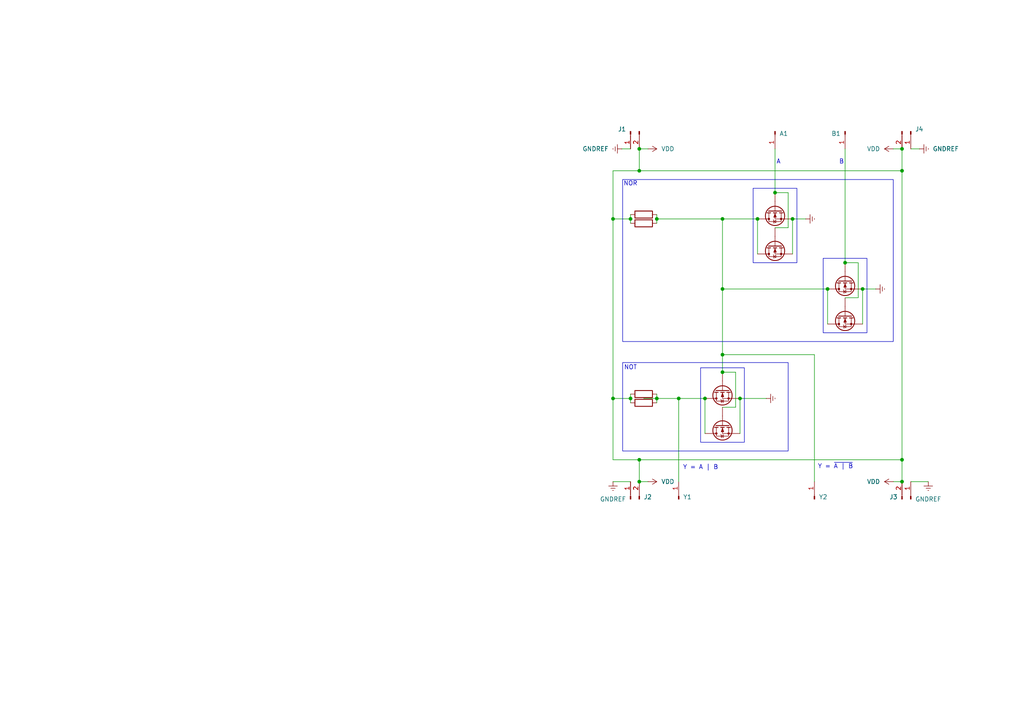
<source format=kicad_sch>
(kicad_sch
	(version 20250114)
	(generator "eeschema")
	(generator_version "9.0")
	(uuid "38b61d3a-980d-41e9-90d9-6607b9c2b652")
	(paper "A4")
	(title_block
		(title "NAND")
		(rev "1.0")
		(company "Cyborg Systems")
		(comment 1 "BlueChip")
	)
	(lib_symbols
		(symbol "2N7000_5"
			(pin_numbers
				(hide yes)
			)
			(pin_names
				(hide yes)
			)
			(exclude_from_sim no)
			(in_bom yes)
			(on_board yes)
			(property "Reference" "Q"
				(at 5.08 1.905 0)
				(effects
					(font
						(size 1.27 1.27)
					)
					(justify left)
				)
			)
			(property "Value" "2N7000"
				(at 5.08 0 0)
				(effects
					(font
						(size 1.27 1.27)
					)
					(justify left)
				)
			)
			(property "Footprint" "Package_TO_SOT_THT:TO-92_Inline"
				(at 5.08 -1.905 0)
				(effects
					(font
						(size 1.27 1.27)
						(italic yes)
					)
					(justify left)
					(hide yes)
				)
			)
			(property "Datasheet" "https://www.vishay.com/docs/70226/70226.pdf"
				(at 5.08 -3.81 0)
				(effects
					(font
						(size 1.27 1.27)
					)
					(justify left)
					(hide yes)
				)
			)
			(property "Description" "0.2A Id, 200V Vds, N-Channel MOSFET, 2.6V Logic Level, TO-92"
				(at 0 0 0)
				(effects
					(font
						(size 1.27 1.27)
					)
					(hide yes)
				)
			)
			(property "ki_keywords" "N-Channel MOSFET Logic-Level"
				(at 0 0 0)
				(effects
					(font
						(size 1.27 1.27)
					)
					(hide yes)
				)
			)
			(property "ki_fp_filters" "TO?92*"
				(at 0 0 0)
				(effects
					(font
						(size 1.27 1.27)
					)
					(hide yes)
				)
			)
			(symbol "2N7000_5_0_1"
				(polyline
					(pts
						(xy 0.254 1.905) (xy 0.254 -1.905)
					)
					(stroke
						(width 0.254)
						(type default)
					)
					(fill
						(type none)
					)
				)
				(polyline
					(pts
						(xy 0.254 0) (xy -2.54 0)
					)
					(stroke
						(width 0)
						(type default)
					)
					(fill
						(type none)
					)
				)
				(polyline
					(pts
						(xy 0.762 2.286) (xy 0.762 1.27)
					)
					(stroke
						(width 0.254)
						(type default)
					)
					(fill
						(type none)
					)
				)
				(polyline
					(pts
						(xy 0.762 0.508) (xy 0.762 -0.508)
					)
					(stroke
						(width 0.254)
						(type default)
					)
					(fill
						(type none)
					)
				)
				(polyline
					(pts
						(xy 0.762 -1.27) (xy 0.762 -2.286)
					)
					(stroke
						(width 0.254)
						(type default)
					)
					(fill
						(type none)
					)
				)
				(polyline
					(pts
						(xy 0.762 -1.778) (xy 3.302 -1.778) (xy 3.302 1.778) (xy 0.762 1.778)
					)
					(stroke
						(width 0)
						(type default)
					)
					(fill
						(type none)
					)
				)
				(polyline
					(pts
						(xy 1.016 0) (xy 2.032 0.381) (xy 2.032 -0.381) (xy 1.016 0)
					)
					(stroke
						(width 0)
						(type default)
					)
					(fill
						(type outline)
					)
				)
				(circle
					(center 1.651 0)
					(radius 2.794)
					(stroke
						(width 0.254)
						(type default)
					)
					(fill
						(type none)
					)
				)
				(polyline
					(pts
						(xy 2.54 2.54) (xy 2.54 1.778)
					)
					(stroke
						(width 0)
						(type default)
					)
					(fill
						(type none)
					)
				)
				(circle
					(center 2.54 1.778)
					(radius 0.254)
					(stroke
						(width 0)
						(type default)
					)
					(fill
						(type outline)
					)
				)
				(circle
					(center 2.54 -1.778)
					(radius 0.254)
					(stroke
						(width 0)
						(type default)
					)
					(fill
						(type outline)
					)
				)
				(polyline
					(pts
						(xy 2.54 -2.54) (xy 2.54 0) (xy 0.762 0)
					)
					(stroke
						(width 0)
						(type default)
					)
					(fill
						(type none)
					)
				)
				(polyline
					(pts
						(xy 2.794 0.508) (xy 2.921 0.381) (xy 3.683 0.381) (xy 3.81 0.254)
					)
					(stroke
						(width 0)
						(type default)
					)
					(fill
						(type none)
					)
				)
				(polyline
					(pts
						(xy 3.302 0.381) (xy 2.921 -0.254) (xy 3.683 -0.254) (xy 3.302 0.381)
					)
					(stroke
						(width 0)
						(type default)
					)
					(fill
						(type none)
					)
				)
			)
			(symbol "2N7000_5_1_1"
				(pin input line
					(at -5.08 0 0)
					(length 2.54)
					(name "G"
						(effects
							(font
								(size 1.27 1.27)
							)
						)
					)
					(number "2"
						(effects
							(font
								(size 1.27 1.27)
							)
						)
					)
				)
				(pin passive line
					(at 2.54 5.08 270)
					(length 2.54)
					(name "D"
						(effects
							(font
								(size 1.27 1.27)
							)
						)
					)
					(number "3"
						(effects
							(font
								(size 1.27 1.27)
							)
						)
					)
				)
				(pin passive line
					(at 2.54 -5.08 90)
					(length 2.54)
					(name "S"
						(effects
							(font
								(size 1.27 1.27)
							)
						)
					)
					(number "1"
						(effects
							(font
								(size 1.27 1.27)
							)
						)
					)
				)
			)
			(embedded_fonts no)
		)
		(symbol "2N7000_6"
			(pin_numbers
				(hide yes)
			)
			(pin_names
				(hide yes)
			)
			(exclude_from_sim no)
			(in_bom yes)
			(on_board yes)
			(property "Reference" "Q"
				(at 5.08 1.905 0)
				(effects
					(font
						(size 1.27 1.27)
					)
					(justify left)
				)
			)
			(property "Value" "2N7000"
				(at 5.08 0 0)
				(effects
					(font
						(size 1.27 1.27)
					)
					(justify left)
				)
			)
			(property "Footprint" "Package_TO_SOT_THT:TO-92_Inline"
				(at 5.08 -1.905 0)
				(effects
					(font
						(size 1.27 1.27)
						(italic yes)
					)
					(justify left)
					(hide yes)
				)
			)
			(property "Datasheet" "https://www.vishay.com/docs/70226/70226.pdf"
				(at 5.08 -3.81 0)
				(effects
					(font
						(size 1.27 1.27)
					)
					(justify left)
					(hide yes)
				)
			)
			(property "Description" "0.2A Id, 200V Vds, N-Channel MOSFET, 2.6V Logic Level, TO-92"
				(at 0 0 0)
				(effects
					(font
						(size 1.27 1.27)
					)
					(hide yes)
				)
			)
			(property "ki_keywords" "N-Channel MOSFET Logic-Level"
				(at 0 0 0)
				(effects
					(font
						(size 1.27 1.27)
					)
					(hide yes)
				)
			)
			(property "ki_fp_filters" "TO?92*"
				(at 0 0 0)
				(effects
					(font
						(size 1.27 1.27)
					)
					(hide yes)
				)
			)
			(symbol "2N7000_6_0_1"
				(polyline
					(pts
						(xy 0.254 1.905) (xy 0.254 -1.905)
					)
					(stroke
						(width 0.254)
						(type default)
					)
					(fill
						(type none)
					)
				)
				(polyline
					(pts
						(xy 0.254 0) (xy -2.54 0)
					)
					(stroke
						(width 0)
						(type default)
					)
					(fill
						(type none)
					)
				)
				(polyline
					(pts
						(xy 0.762 2.286) (xy 0.762 1.27)
					)
					(stroke
						(width 0.254)
						(type default)
					)
					(fill
						(type none)
					)
				)
				(polyline
					(pts
						(xy 0.762 0.508) (xy 0.762 -0.508)
					)
					(stroke
						(width 0.254)
						(type default)
					)
					(fill
						(type none)
					)
				)
				(polyline
					(pts
						(xy 0.762 -1.27) (xy 0.762 -2.286)
					)
					(stroke
						(width 0.254)
						(type default)
					)
					(fill
						(type none)
					)
				)
				(polyline
					(pts
						(xy 0.762 -1.778) (xy 3.302 -1.778) (xy 3.302 1.778) (xy 0.762 1.778)
					)
					(stroke
						(width 0)
						(type default)
					)
					(fill
						(type none)
					)
				)
				(polyline
					(pts
						(xy 1.016 0) (xy 2.032 0.381) (xy 2.032 -0.381) (xy 1.016 0)
					)
					(stroke
						(width 0)
						(type default)
					)
					(fill
						(type outline)
					)
				)
				(circle
					(center 1.651 0)
					(radius 2.794)
					(stroke
						(width 0.254)
						(type default)
					)
					(fill
						(type none)
					)
				)
				(polyline
					(pts
						(xy 2.54 2.54) (xy 2.54 1.778)
					)
					(stroke
						(width 0)
						(type default)
					)
					(fill
						(type none)
					)
				)
				(circle
					(center 2.54 1.778)
					(radius 0.254)
					(stroke
						(width 0)
						(type default)
					)
					(fill
						(type outline)
					)
				)
				(circle
					(center 2.54 -1.778)
					(radius 0.254)
					(stroke
						(width 0)
						(type default)
					)
					(fill
						(type outline)
					)
				)
				(polyline
					(pts
						(xy 2.54 -2.54) (xy 2.54 0) (xy 0.762 0)
					)
					(stroke
						(width 0)
						(type default)
					)
					(fill
						(type none)
					)
				)
				(polyline
					(pts
						(xy 2.794 0.508) (xy 2.921 0.381) (xy 3.683 0.381) (xy 3.81 0.254)
					)
					(stroke
						(width 0)
						(type default)
					)
					(fill
						(type none)
					)
				)
				(polyline
					(pts
						(xy 3.302 0.381) (xy 2.921 -0.254) (xy 3.683 -0.254) (xy 3.302 0.381)
					)
					(stroke
						(width 0)
						(type default)
					)
					(fill
						(type none)
					)
				)
			)
			(symbol "2N7000_6_1_1"
				(pin input line
					(at -5.08 0 0)
					(length 2.54)
					(name "G"
						(effects
							(font
								(size 1.27 1.27)
							)
						)
					)
					(number "2"
						(effects
							(font
								(size 1.27 1.27)
							)
						)
					)
				)
				(pin passive line
					(at 2.54 5.08 270)
					(length 2.54)
					(name "D"
						(effects
							(font
								(size 1.27 1.27)
							)
						)
					)
					(number "3"
						(effects
							(font
								(size 1.27 1.27)
							)
						)
					)
				)
				(pin passive line
					(at 2.54 -5.08 90)
					(length 2.54)
					(name "S"
						(effects
							(font
								(size 1.27 1.27)
							)
						)
					)
					(number "1"
						(effects
							(font
								(size 1.27 1.27)
							)
						)
					)
				)
			)
			(embedded_fonts no)
		)
		(symbol "2N7000_7"
			(pin_numbers
				(hide yes)
			)
			(pin_names
				(hide yes)
			)
			(exclude_from_sim no)
			(in_bom yes)
			(on_board yes)
			(property "Reference" "Q"
				(at 5.08 1.905 0)
				(effects
					(font
						(size 1.27 1.27)
					)
					(justify left)
				)
			)
			(property "Value" "2N7000"
				(at 5.08 0 0)
				(effects
					(font
						(size 1.27 1.27)
					)
					(justify left)
				)
			)
			(property "Footprint" "Package_TO_SOT_THT:TO-92_Inline"
				(at 5.08 -1.905 0)
				(effects
					(font
						(size 1.27 1.27)
						(italic yes)
					)
					(justify left)
					(hide yes)
				)
			)
			(property "Datasheet" "https://www.vishay.com/docs/70226/70226.pdf"
				(at 5.08 -3.81 0)
				(effects
					(font
						(size 1.27 1.27)
					)
					(justify left)
					(hide yes)
				)
			)
			(property "Description" "0.2A Id, 200V Vds, N-Channel MOSFET, 2.6V Logic Level, TO-92"
				(at 0 0 0)
				(effects
					(font
						(size 1.27 1.27)
					)
					(hide yes)
				)
			)
			(property "ki_keywords" "N-Channel MOSFET Logic-Level"
				(at 0 0 0)
				(effects
					(font
						(size 1.27 1.27)
					)
					(hide yes)
				)
			)
			(property "ki_fp_filters" "TO?92*"
				(at 0 0 0)
				(effects
					(font
						(size 1.27 1.27)
					)
					(hide yes)
				)
			)
			(symbol "2N7000_7_0_1"
				(polyline
					(pts
						(xy 0.254 1.905) (xy 0.254 -1.905)
					)
					(stroke
						(width 0.254)
						(type default)
					)
					(fill
						(type none)
					)
				)
				(polyline
					(pts
						(xy 0.254 0) (xy -2.54 0)
					)
					(stroke
						(width 0)
						(type default)
					)
					(fill
						(type none)
					)
				)
				(polyline
					(pts
						(xy 0.762 2.286) (xy 0.762 1.27)
					)
					(stroke
						(width 0.254)
						(type default)
					)
					(fill
						(type none)
					)
				)
				(polyline
					(pts
						(xy 0.762 0.508) (xy 0.762 -0.508)
					)
					(stroke
						(width 0.254)
						(type default)
					)
					(fill
						(type none)
					)
				)
				(polyline
					(pts
						(xy 0.762 -1.27) (xy 0.762 -2.286)
					)
					(stroke
						(width 0.254)
						(type default)
					)
					(fill
						(type none)
					)
				)
				(polyline
					(pts
						(xy 0.762 -1.778) (xy 3.302 -1.778) (xy 3.302 1.778) (xy 0.762 1.778)
					)
					(stroke
						(width 0)
						(type default)
					)
					(fill
						(type none)
					)
				)
				(polyline
					(pts
						(xy 1.016 0) (xy 2.032 0.381) (xy 2.032 -0.381) (xy 1.016 0)
					)
					(stroke
						(width 0)
						(type default)
					)
					(fill
						(type outline)
					)
				)
				(circle
					(center 1.651 0)
					(radius 2.794)
					(stroke
						(width 0.254)
						(type default)
					)
					(fill
						(type none)
					)
				)
				(polyline
					(pts
						(xy 2.54 2.54) (xy 2.54 1.778)
					)
					(stroke
						(width 0)
						(type default)
					)
					(fill
						(type none)
					)
				)
				(circle
					(center 2.54 1.778)
					(radius 0.254)
					(stroke
						(width 0)
						(type default)
					)
					(fill
						(type outline)
					)
				)
				(circle
					(center 2.54 -1.778)
					(radius 0.254)
					(stroke
						(width 0)
						(type default)
					)
					(fill
						(type outline)
					)
				)
				(polyline
					(pts
						(xy 2.54 -2.54) (xy 2.54 0) (xy 0.762 0)
					)
					(stroke
						(width 0)
						(type default)
					)
					(fill
						(type none)
					)
				)
				(polyline
					(pts
						(xy 2.794 0.508) (xy 2.921 0.381) (xy 3.683 0.381) (xy 3.81 0.254)
					)
					(stroke
						(width 0)
						(type default)
					)
					(fill
						(type none)
					)
				)
				(polyline
					(pts
						(xy 3.302 0.381) (xy 2.921 -0.254) (xy 3.683 -0.254) (xy 3.302 0.381)
					)
					(stroke
						(width 0)
						(type default)
					)
					(fill
						(type none)
					)
				)
			)
			(symbol "2N7000_7_1_1"
				(pin input line
					(at -5.08 0 0)
					(length 2.54)
					(name "G"
						(effects
							(font
								(size 1.27 1.27)
							)
						)
					)
					(number "2"
						(effects
							(font
								(size 1.27 1.27)
							)
						)
					)
				)
				(pin passive line
					(at 2.54 5.08 270)
					(length 2.54)
					(name "D"
						(effects
							(font
								(size 1.27 1.27)
							)
						)
					)
					(number "3"
						(effects
							(font
								(size 1.27 1.27)
							)
						)
					)
				)
				(pin passive line
					(at 2.54 -5.08 90)
					(length 2.54)
					(name "S"
						(effects
							(font
								(size 1.27 1.27)
							)
						)
					)
					(number "1"
						(effects
							(font
								(size 1.27 1.27)
							)
						)
					)
				)
			)
			(embedded_fonts no)
		)
		(symbol "2N7000_8"
			(pin_numbers
				(hide yes)
			)
			(pin_names
				(hide yes)
			)
			(exclude_from_sim no)
			(in_bom yes)
			(on_board yes)
			(property "Reference" "Q"
				(at 5.08 1.905 0)
				(effects
					(font
						(size 1.27 1.27)
					)
					(justify left)
				)
			)
			(property "Value" "2N7000"
				(at 5.08 0 0)
				(effects
					(font
						(size 1.27 1.27)
					)
					(justify left)
				)
			)
			(property "Footprint" "Package_TO_SOT_THT:TO-92_Inline"
				(at 5.08 -1.905 0)
				(effects
					(font
						(size 1.27 1.27)
						(italic yes)
					)
					(justify left)
					(hide yes)
				)
			)
			(property "Datasheet" "https://www.vishay.com/docs/70226/70226.pdf"
				(at 5.08 -3.81 0)
				(effects
					(font
						(size 1.27 1.27)
					)
					(justify left)
					(hide yes)
				)
			)
			(property "Description" "0.2A Id, 200V Vds, N-Channel MOSFET, 2.6V Logic Level, TO-92"
				(at 0 0 0)
				(effects
					(font
						(size 1.27 1.27)
					)
					(hide yes)
				)
			)
			(property "ki_keywords" "N-Channel MOSFET Logic-Level"
				(at 0 0 0)
				(effects
					(font
						(size 1.27 1.27)
					)
					(hide yes)
				)
			)
			(property "ki_fp_filters" "TO?92*"
				(at 0 0 0)
				(effects
					(font
						(size 1.27 1.27)
					)
					(hide yes)
				)
			)
			(symbol "2N7000_8_0_1"
				(polyline
					(pts
						(xy 0.254 1.905) (xy 0.254 -1.905)
					)
					(stroke
						(width 0.254)
						(type default)
					)
					(fill
						(type none)
					)
				)
				(polyline
					(pts
						(xy 0.254 0) (xy -2.54 0)
					)
					(stroke
						(width 0)
						(type default)
					)
					(fill
						(type none)
					)
				)
				(polyline
					(pts
						(xy 0.762 2.286) (xy 0.762 1.27)
					)
					(stroke
						(width 0.254)
						(type default)
					)
					(fill
						(type none)
					)
				)
				(polyline
					(pts
						(xy 0.762 0.508) (xy 0.762 -0.508)
					)
					(stroke
						(width 0.254)
						(type default)
					)
					(fill
						(type none)
					)
				)
				(polyline
					(pts
						(xy 0.762 -1.27) (xy 0.762 -2.286)
					)
					(stroke
						(width 0.254)
						(type default)
					)
					(fill
						(type none)
					)
				)
				(polyline
					(pts
						(xy 0.762 -1.778) (xy 3.302 -1.778) (xy 3.302 1.778) (xy 0.762 1.778)
					)
					(stroke
						(width 0)
						(type default)
					)
					(fill
						(type none)
					)
				)
				(polyline
					(pts
						(xy 1.016 0) (xy 2.032 0.381) (xy 2.032 -0.381) (xy 1.016 0)
					)
					(stroke
						(width 0)
						(type default)
					)
					(fill
						(type outline)
					)
				)
				(circle
					(center 1.651 0)
					(radius 2.794)
					(stroke
						(width 0.254)
						(type default)
					)
					(fill
						(type none)
					)
				)
				(polyline
					(pts
						(xy 2.54 2.54) (xy 2.54 1.778)
					)
					(stroke
						(width 0)
						(type default)
					)
					(fill
						(type none)
					)
				)
				(circle
					(center 2.54 1.778)
					(radius 0.254)
					(stroke
						(width 0)
						(type default)
					)
					(fill
						(type outline)
					)
				)
				(circle
					(center 2.54 -1.778)
					(radius 0.254)
					(stroke
						(width 0)
						(type default)
					)
					(fill
						(type outline)
					)
				)
				(polyline
					(pts
						(xy 2.54 -2.54) (xy 2.54 0) (xy 0.762 0)
					)
					(stroke
						(width 0)
						(type default)
					)
					(fill
						(type none)
					)
				)
				(polyline
					(pts
						(xy 2.794 0.508) (xy 2.921 0.381) (xy 3.683 0.381) (xy 3.81 0.254)
					)
					(stroke
						(width 0)
						(type default)
					)
					(fill
						(type none)
					)
				)
				(polyline
					(pts
						(xy 3.302 0.381) (xy 2.921 -0.254) (xy 3.683 -0.254) (xy 3.302 0.381)
					)
					(stroke
						(width 0)
						(type default)
					)
					(fill
						(type none)
					)
				)
			)
			(symbol "2N7000_8_1_1"
				(pin input line
					(at -5.08 0 0)
					(length 2.54)
					(name "G"
						(effects
							(font
								(size 1.27 1.27)
							)
						)
					)
					(number "2"
						(effects
							(font
								(size 1.27 1.27)
							)
						)
					)
				)
				(pin passive line
					(at 2.54 5.08 270)
					(length 2.54)
					(name "D"
						(effects
							(font
								(size 1.27 1.27)
							)
						)
					)
					(number "3"
						(effects
							(font
								(size 1.27 1.27)
							)
						)
					)
				)
				(pin passive line
					(at 2.54 -5.08 90)
					(length 2.54)
					(name "S"
						(effects
							(font
								(size 1.27 1.27)
							)
						)
					)
					(number "1"
						(effects
							(font
								(size 1.27 1.27)
							)
						)
					)
				)
			)
			(embedded_fonts no)
		)
		(symbol "Connector:Conn_01x01_Pin"
			(pin_names
				(offset 1.016)
				(hide yes)
			)
			(exclude_from_sim no)
			(in_bom yes)
			(on_board yes)
			(property "Reference" "J"
				(at 0 2.54 0)
				(effects
					(font
						(size 1.27 1.27)
					)
				)
			)
			(property "Value" "Conn_01x01_Pin"
				(at 0 -2.54 0)
				(effects
					(font
						(size 1.27 1.27)
					)
				)
			)
			(property "Footprint" ""
				(at 0 0 0)
				(effects
					(font
						(size 1.27 1.27)
					)
					(hide yes)
				)
			)
			(property "Datasheet" "~"
				(at 0 0 0)
				(effects
					(font
						(size 1.27 1.27)
					)
					(hide yes)
				)
			)
			(property "Description" "Generic connector, single row, 01x01, script generated"
				(at 0 0 0)
				(effects
					(font
						(size 1.27 1.27)
					)
					(hide yes)
				)
			)
			(property "ki_locked" ""
				(at 0 0 0)
				(effects
					(font
						(size 1.27 1.27)
					)
				)
			)
			(property "ki_keywords" "connector"
				(at 0 0 0)
				(effects
					(font
						(size 1.27 1.27)
					)
					(hide yes)
				)
			)
			(property "ki_fp_filters" "Connector*:*_1x??_*"
				(at 0 0 0)
				(effects
					(font
						(size 1.27 1.27)
					)
					(hide yes)
				)
			)
			(symbol "Conn_01x01_Pin_1_1"
				(rectangle
					(start 0.8636 0.127)
					(end 0 -0.127)
					(stroke
						(width 0.1524)
						(type default)
					)
					(fill
						(type outline)
					)
				)
				(polyline
					(pts
						(xy 1.27 0) (xy 0.8636 0)
					)
					(stroke
						(width 0.1524)
						(type default)
					)
					(fill
						(type none)
					)
				)
				(pin passive line
					(at 5.08 0 180)
					(length 3.81)
					(name "Pin_1"
						(effects
							(font
								(size 1.27 1.27)
							)
						)
					)
					(number "1"
						(effects
							(font
								(size 1.27 1.27)
							)
						)
					)
				)
			)
			(embedded_fonts no)
		)
		(symbol "Connector:Conn_01x02_Pin"
			(pin_names
				(offset 1.016)
				(hide yes)
			)
			(exclude_from_sim no)
			(in_bom yes)
			(on_board yes)
			(property "Reference" "J"
				(at 0 2.54 0)
				(effects
					(font
						(size 1.27 1.27)
					)
				)
			)
			(property "Value" "Conn_01x02_Pin"
				(at 0 -5.08 0)
				(effects
					(font
						(size 1.27 1.27)
					)
				)
			)
			(property "Footprint" ""
				(at 0 0 0)
				(effects
					(font
						(size 1.27 1.27)
					)
					(hide yes)
				)
			)
			(property "Datasheet" "~"
				(at 0 0 0)
				(effects
					(font
						(size 1.27 1.27)
					)
					(hide yes)
				)
			)
			(property "Description" "Generic connector, single row, 01x02, script generated"
				(at 0 0 0)
				(effects
					(font
						(size 1.27 1.27)
					)
					(hide yes)
				)
			)
			(property "ki_locked" ""
				(at 0 0 0)
				(effects
					(font
						(size 1.27 1.27)
					)
				)
			)
			(property "ki_keywords" "connector"
				(at 0 0 0)
				(effects
					(font
						(size 1.27 1.27)
					)
					(hide yes)
				)
			)
			(property "ki_fp_filters" "Connector*:*_1x??_*"
				(at 0 0 0)
				(effects
					(font
						(size 1.27 1.27)
					)
					(hide yes)
				)
			)
			(symbol "Conn_01x02_Pin_1_1"
				(rectangle
					(start 0.8636 0.127)
					(end 0 -0.127)
					(stroke
						(width 0.1524)
						(type default)
					)
					(fill
						(type outline)
					)
				)
				(rectangle
					(start 0.8636 -2.413)
					(end 0 -2.667)
					(stroke
						(width 0.1524)
						(type default)
					)
					(fill
						(type outline)
					)
				)
				(polyline
					(pts
						(xy 1.27 0) (xy 0.8636 0)
					)
					(stroke
						(width 0.1524)
						(type default)
					)
					(fill
						(type none)
					)
				)
				(polyline
					(pts
						(xy 1.27 -2.54) (xy 0.8636 -2.54)
					)
					(stroke
						(width 0.1524)
						(type default)
					)
					(fill
						(type none)
					)
				)
				(pin passive line
					(at 5.08 0 180)
					(length 3.81)
					(name "Pin_1"
						(effects
							(font
								(size 1.27 1.27)
							)
						)
					)
					(number "1"
						(effects
							(font
								(size 1.27 1.27)
							)
						)
					)
				)
				(pin passive line
					(at 5.08 -2.54 180)
					(length 3.81)
					(name "Pin_2"
						(effects
							(font
								(size 1.27 1.27)
							)
						)
					)
					(number "2"
						(effects
							(font
								(size 1.27 1.27)
							)
						)
					)
				)
			)
			(embedded_fonts no)
		)
		(symbol "Device:R"
			(pin_numbers
				(hide yes)
			)
			(pin_names
				(offset 0)
			)
			(exclude_from_sim no)
			(in_bom yes)
			(on_board yes)
			(property "Reference" "R"
				(at 2.032 0 90)
				(effects
					(font
						(size 1.27 1.27)
					)
				)
			)
			(property "Value" "R"
				(at 0 0 90)
				(effects
					(font
						(size 1.27 1.27)
					)
				)
			)
			(property "Footprint" ""
				(at -1.778 0 90)
				(effects
					(font
						(size 1.27 1.27)
					)
					(hide yes)
				)
			)
			(property "Datasheet" "~"
				(at 0 0 0)
				(effects
					(font
						(size 1.27 1.27)
					)
					(hide yes)
				)
			)
			(property "Description" "Resistor"
				(at 0 0 0)
				(effects
					(font
						(size 1.27 1.27)
					)
					(hide yes)
				)
			)
			(property "ki_keywords" "R res resistor"
				(at 0 0 0)
				(effects
					(font
						(size 1.27 1.27)
					)
					(hide yes)
				)
			)
			(property "ki_fp_filters" "R_*"
				(at 0 0 0)
				(effects
					(font
						(size 1.27 1.27)
					)
					(hide yes)
				)
			)
			(symbol "R_0_1"
				(rectangle
					(start -1.016 -2.54)
					(end 1.016 2.54)
					(stroke
						(width 0.254)
						(type default)
					)
					(fill
						(type none)
					)
				)
			)
			(symbol "R_1_1"
				(pin passive line
					(at 0 3.81 270)
					(length 1.27)
					(name "~"
						(effects
							(font
								(size 1.27 1.27)
							)
						)
					)
					(number "1"
						(effects
							(font
								(size 1.27 1.27)
							)
						)
					)
				)
				(pin passive line
					(at 0 -3.81 90)
					(length 1.27)
					(name "~"
						(effects
							(font
								(size 1.27 1.27)
							)
						)
					)
					(number "2"
						(effects
							(font
								(size 1.27 1.27)
							)
						)
					)
				)
			)
			(embedded_fonts no)
		)
		(symbol "power:GNDREF"
			(power)
			(pin_numbers
				(hide yes)
			)
			(pin_names
				(offset 0)
				(hide yes)
			)
			(exclude_from_sim no)
			(in_bom yes)
			(on_board yes)
			(property "Reference" "#PWR"
				(at 0 -6.35 0)
				(effects
					(font
						(size 1.27 1.27)
					)
					(hide yes)
				)
			)
			(property "Value" "GNDREF"
				(at 0 -3.81 0)
				(effects
					(font
						(size 1.27 1.27)
					)
				)
			)
			(property "Footprint" ""
				(at 0 0 0)
				(effects
					(font
						(size 1.27 1.27)
					)
					(hide yes)
				)
			)
			(property "Datasheet" ""
				(at 0 0 0)
				(effects
					(font
						(size 1.27 1.27)
					)
					(hide yes)
				)
			)
			(property "Description" "Power symbol creates a global label with name \"GNDREF\" , reference supply ground"
				(at 0 0 0)
				(effects
					(font
						(size 1.27 1.27)
					)
					(hide yes)
				)
			)
			(property "ki_keywords" "global power"
				(at 0 0 0)
				(effects
					(font
						(size 1.27 1.27)
					)
					(hide yes)
				)
			)
			(symbol "GNDREF_0_1"
				(polyline
					(pts
						(xy -0.635 -1.905) (xy 0.635 -1.905)
					)
					(stroke
						(width 0)
						(type default)
					)
					(fill
						(type none)
					)
				)
				(polyline
					(pts
						(xy -0.127 -2.54) (xy 0.127 -2.54)
					)
					(stroke
						(width 0)
						(type default)
					)
					(fill
						(type none)
					)
				)
				(polyline
					(pts
						(xy 0 -1.27) (xy 0 0)
					)
					(stroke
						(width 0)
						(type default)
					)
					(fill
						(type none)
					)
				)
				(polyline
					(pts
						(xy 1.27 -1.27) (xy -1.27 -1.27)
					)
					(stroke
						(width 0)
						(type default)
					)
					(fill
						(type none)
					)
				)
			)
			(symbol "GNDREF_1_1"
				(pin power_in line
					(at 0 0 270)
					(length 0)
					(name "~"
						(effects
							(font
								(size 1.27 1.27)
							)
						)
					)
					(number "1"
						(effects
							(font
								(size 1.27 1.27)
							)
						)
					)
				)
			)
			(embedded_fonts no)
		)
		(symbol "power:VDD"
			(power)
			(pin_numbers
				(hide yes)
			)
			(pin_names
				(offset 0)
				(hide yes)
			)
			(exclude_from_sim no)
			(in_bom yes)
			(on_board yes)
			(property "Reference" "#PWR"
				(at 0 -3.81 0)
				(effects
					(font
						(size 1.27 1.27)
					)
					(hide yes)
				)
			)
			(property "Value" "VDD"
				(at 0 3.556 0)
				(effects
					(font
						(size 1.27 1.27)
					)
				)
			)
			(property "Footprint" ""
				(at 0 0 0)
				(effects
					(font
						(size 1.27 1.27)
					)
					(hide yes)
				)
			)
			(property "Datasheet" ""
				(at 0 0 0)
				(effects
					(font
						(size 1.27 1.27)
					)
					(hide yes)
				)
			)
			(property "Description" "Power symbol creates a global label with name \"VDD\""
				(at 0 0 0)
				(effects
					(font
						(size 1.27 1.27)
					)
					(hide yes)
				)
			)
			(property "ki_keywords" "global power"
				(at 0 0 0)
				(effects
					(font
						(size 1.27 1.27)
					)
					(hide yes)
				)
			)
			(symbol "VDD_0_1"
				(polyline
					(pts
						(xy -0.762 1.27) (xy 0 2.54)
					)
					(stroke
						(width 0)
						(type default)
					)
					(fill
						(type none)
					)
				)
				(polyline
					(pts
						(xy 0 2.54) (xy 0.762 1.27)
					)
					(stroke
						(width 0)
						(type default)
					)
					(fill
						(type none)
					)
				)
				(polyline
					(pts
						(xy 0 0) (xy 0 2.54)
					)
					(stroke
						(width 0)
						(type default)
					)
					(fill
						(type none)
					)
				)
			)
			(symbol "VDD_1_1"
				(pin power_in line
					(at 0 0 90)
					(length 0)
					(name "~"
						(effects
							(font
								(size 1.27 1.27)
							)
						)
					)
					(number "1"
						(effects
							(font
								(size 1.27 1.27)
							)
						)
					)
				)
			)
			(embedded_fonts no)
		)
	)
	(rectangle
		(start 203.2 106.68)
		(end 215.9 128.27)
		(stroke
			(width 0)
			(type default)
		)
		(fill
			(type none)
		)
		(uuid 2c41ae19-2d48-45ae-9b1e-17c759cf1804)
	)
	(rectangle
		(start 218.44 54.61)
		(end 231.14 76.2)
		(stroke
			(width 0)
			(type default)
		)
		(fill
			(type none)
		)
		(uuid 498f5288-4282-46f4-83d2-c9c644a6f1bf)
	)
	(rectangle
		(start 180.594 105.156)
		(end 228.6 130.81)
		(stroke
			(width 0)
			(type default)
		)
		(fill
			(type none)
		)
		(uuid 814bbf12-0aed-43ff-98df-834fd6b7c8cd)
	)
	(rectangle
		(start 238.76 74.93)
		(end 251.46 96.52)
		(stroke
			(width 0)
			(type default)
		)
		(fill
			(type none)
		)
		(uuid 91cb3159-b3e9-4852-b091-d70162fdf7f7)
	)
	(rectangle
		(start 180.594 52.07)
		(end 259.08 99.06)
		(stroke
			(width 0)
			(type default)
		)
		(fill
			(type none)
		)
		(uuid 97a312e4-b4a4-4d90-9b0c-cb6620d6583f)
	)
	(text "NOR"
		(exclude_from_sim no)
		(at 182.88 53.34 0)
		(effects
			(font
				(size 1.27 1.27)
			)
		)
		(uuid "25e1ec43-2faf-48cd-8fbf-793359ef6d3c")
	)
	(text "Y = ~{A | B}"
		(exclude_from_sim no)
		(at 242.316 135.382 0)
		(effects
			(font
				(size 1.27 1.27)
			)
		)
		(uuid "2be1faba-621a-4b3a-b9d1-c662e55835f8")
	)
	(text "NOT"
		(exclude_from_sim no)
		(at 182.88 106.68 0)
		(effects
			(font
				(size 1.27 1.27)
			)
		)
		(uuid "8f22791d-8871-42bb-a4f8-8bd9e8e6d82f")
	)
	(text "Y = A | B"
		(exclude_from_sim no)
		(at 203.2 135.636 0)
		(effects
			(font
				(size 1.27 1.27)
			)
		)
		(uuid "9d215df9-bd44-4112-9990-47d3bd92ef8a")
	)
	(text "A"
		(exclude_from_sim no)
		(at 225.806 46.99 0)
		(effects
			(font
				(size 1.27 1.27)
			)
		)
		(uuid "a4616ef1-eb33-4252-bca3-2f7ec1b2df3b")
	)
	(text "B"
		(exclude_from_sim no)
		(at 244.094 46.99 0)
		(effects
			(font
				(size 1.27 1.27)
			)
		)
		(uuid "efda905a-d636-4224-b94a-21ab9621bfcf")
	)
	(junction
		(at 185.42 133.35)
		(diameter 0)
		(color 0 0 0 0)
		(uuid "06b852ea-8d38-49c2-9664-e4b063ac1741")
	)
	(junction
		(at 185.42 43.18)
		(diameter 0)
		(color 0 0 0 0)
		(uuid "125e6b5e-084c-4575-af11-5bd7f7016d63")
	)
	(junction
		(at 250.19 83.82)
		(diameter 0)
		(color 0 0 0 0)
		(uuid "1420cbf9-0908-458f-b27a-bc11df9b7efc")
	)
	(junction
		(at 204.47 115.57)
		(diameter 0)
		(color 0 0 0 0)
		(uuid "1eae44fe-e89f-491f-9c87-1747c3f92513")
	)
	(junction
		(at 182.88 63.5)
		(diameter 0)
		(color 0 0 0 0)
		(uuid "24d1f6b5-591c-4cd4-8e2a-8af5784889fd")
	)
	(junction
		(at 190.5 63.5)
		(diameter 0)
		(color 0 0 0 0)
		(uuid "2796aac5-d613-4c9e-becc-c209be3d61ea")
	)
	(junction
		(at 182.88 115.57)
		(diameter 0)
		(color 0 0 0 0)
		(uuid "30f35021-ad80-405f-bdf4-81550f79c7fa")
	)
	(junction
		(at 240.03 83.82)
		(diameter 0)
		(color 0 0 0 0)
		(uuid "31add558-0d0e-40c3-a4a0-db44432a330a")
	)
	(junction
		(at 224.79 55.88)
		(diameter 0)
		(color 0 0 0 0)
		(uuid "39a66b68-6852-407a-a0b3-14b727280d98")
	)
	(junction
		(at 185.42 139.7)
		(diameter 0)
		(color 0 0 0 0)
		(uuid "52177953-ce5d-405a-804e-a5ff78be53c6")
	)
	(junction
		(at 229.87 63.5)
		(diameter 0)
		(color 0 0 0 0)
		(uuid "57f2ca3e-ba4d-4e64-84f5-0b299a681d57")
	)
	(junction
		(at 196.85 115.57)
		(diameter 0)
		(color 0 0 0 0)
		(uuid "5f11354e-0807-4105-b0ee-40207a96bf59")
	)
	(junction
		(at 261.62 49.53)
		(diameter 0)
		(color 0 0 0 0)
		(uuid "671ca0c9-4eb6-4219-9c98-d6e0b0447159")
	)
	(junction
		(at 177.8 63.5)
		(diameter 0)
		(color 0 0 0 0)
		(uuid "6a98f719-32af-4fee-82f0-57afbe6acd23")
	)
	(junction
		(at 209.55 63.5)
		(diameter 0)
		(color 0 0 0 0)
		(uuid "6d80398a-db4a-41f5-a7a8-c318e9e0e31c")
	)
	(junction
		(at 209.55 107.95)
		(diameter 0)
		(color 0 0 0 0)
		(uuid "71f450ef-546c-4b1f-8c92-4e123a1e4c35")
	)
	(junction
		(at 261.62 133.35)
		(diameter 0)
		(color 0 0 0 0)
		(uuid "75f67fc5-d4b5-4677-8478-7c8174de07d0")
	)
	(junction
		(at 219.71 63.5)
		(diameter 0)
		(color 0 0 0 0)
		(uuid "76ab2393-64c0-48b0-b124-d340021edb1c")
	)
	(junction
		(at 261.62 139.7)
		(diameter 0)
		(color 0 0 0 0)
		(uuid "7e849bba-b303-4fbb-8327-86ac59e800b9")
	)
	(junction
		(at 185.42 49.53)
		(diameter 0)
		(color 0 0 0 0)
		(uuid "88d9ce10-c324-4023-bc41-6609ef2ce5a3")
	)
	(junction
		(at 177.8 115.57)
		(diameter 0)
		(color 0 0 0 0)
		(uuid "9614b8b3-f4e0-44d7-8c96-db564a3597ad")
	)
	(junction
		(at 209.55 83.82)
		(diameter 0)
		(color 0 0 0 0)
		(uuid "a8d572d1-d8f2-49bd-bffc-42db61339011")
	)
	(junction
		(at 190.5 115.57)
		(diameter 0)
		(color 0 0 0 0)
		(uuid "b72ac4d1-07db-41dd-9b3f-ae764d07ff2a")
	)
	(junction
		(at 209.55 102.87)
		(diameter 0)
		(color 0 0 0 0)
		(uuid "bb7de448-0743-4dce-966d-f0b655eb810d")
	)
	(junction
		(at 261.62 43.18)
		(diameter 0)
		(color 0 0 0 0)
		(uuid "bfce5cd7-2f54-452a-a8c3-278c0967d35a")
	)
	(junction
		(at 214.63 115.57)
		(diameter 0)
		(color 0 0 0 0)
		(uuid "c4bdf9e1-e386-4df4-a38b-e8b3d27a4569")
	)
	(junction
		(at 245.11 76.2)
		(diameter 0)
		(color 0 0 0 0)
		(uuid "dd531789-bb41-44f5-9db6-a2a22e37ebfc")
	)
	(wire
		(pts
			(xy 190.5 63.5) (xy 209.55 63.5)
		)
		(stroke
			(width 0)
			(type default)
		)
		(uuid "0035ee6a-954c-4c19-8f38-806b5a79a60d")
	)
	(wire
		(pts
			(xy 219.71 63.5) (xy 219.71 73.66)
		)
		(stroke
			(width 0)
			(type default)
		)
		(uuid "0f94888b-5c9f-4c87-9daf-b588b4b22d6b")
	)
	(wire
		(pts
			(xy 177.8 63.5) (xy 177.8 115.57)
		)
		(stroke
			(width 0)
			(type default)
		)
		(uuid "168bae68-bada-40ab-85dc-9356e5854b03")
	)
	(wire
		(pts
			(xy 209.55 118.11) (xy 213.36 118.11)
		)
		(stroke
			(width 0)
			(type default)
		)
		(uuid "17c008d7-cf01-4f37-b759-4e313cbbc6bc")
	)
	(wire
		(pts
			(xy 259.08 43.18) (xy 261.62 43.18)
		)
		(stroke
			(width 0)
			(type default)
		)
		(uuid "1db40c3d-92cd-4f13-a9d1-a66c0079117e")
	)
	(wire
		(pts
			(xy 250.19 83.82) (xy 250.19 93.98)
		)
		(stroke
			(width 0)
			(type default)
		)
		(uuid "1df0e538-f565-4929-af9a-ec8a6e8772b4")
	)
	(wire
		(pts
			(xy 266.7 43.18) (xy 264.16 43.18)
		)
		(stroke
			(width 0)
			(type default)
		)
		(uuid "24d46502-f0a4-4fa4-8839-8eab6899982e")
	)
	(wire
		(pts
			(xy 209.55 102.87) (xy 236.22 102.87)
		)
		(stroke
			(width 0)
			(type default)
		)
		(uuid "3104d3fc-1dc1-4018-b70f-15b9f59815d4")
	)
	(wire
		(pts
			(xy 209.55 107.95) (xy 213.36 107.95)
		)
		(stroke
			(width 0)
			(type default)
		)
		(uuid "338f504c-cb58-4c96-a35e-17a198ad6e18")
	)
	(wire
		(pts
			(xy 259.08 139.7) (xy 261.62 139.7)
		)
		(stroke
			(width 0)
			(type default)
		)
		(uuid "37da6236-3d59-435e-9841-d8c7e554bb41")
	)
	(wire
		(pts
			(xy 214.63 115.57) (xy 214.63 125.73)
		)
		(stroke
			(width 0)
			(type default)
		)
		(uuid "3a977b5c-68ad-4b7e-8d87-64b23fcfc41c")
	)
	(wire
		(pts
			(xy 185.42 139.7) (xy 185.42 133.35)
		)
		(stroke
			(width 0)
			(type default)
		)
		(uuid "3c9fe370-0786-4e07-a999-5c095f597cc7")
	)
	(wire
		(pts
			(xy 187.96 43.18) (xy 185.42 43.18)
		)
		(stroke
			(width 0)
			(type default)
		)
		(uuid "41fc1afa-06cd-4995-a357-797b778da37d")
	)
	(wire
		(pts
			(xy 182.88 62.23) (xy 182.88 63.5)
		)
		(stroke
			(width 0)
			(type default)
		)
		(uuid "4284d28e-924f-43c3-b48a-e905c5303c05")
	)
	(wire
		(pts
			(xy 261.62 49.53) (xy 261.62 133.35)
		)
		(stroke
			(width 0)
			(type default)
		)
		(uuid "450eadc9-31b4-48ad-92e4-d4aa7b4cae87")
	)
	(wire
		(pts
			(xy 177.8 115.57) (xy 177.8 133.35)
		)
		(stroke
			(width 0)
			(type default)
		)
		(uuid "4b872dd1-c3ec-4af1-a5da-481b1ecc8688")
	)
	(wire
		(pts
			(xy 261.62 43.18) (xy 261.62 49.53)
		)
		(stroke
			(width 0)
			(type default)
		)
		(uuid "4be4f846-77d6-4ee9-8d23-b70dfdc3340e")
	)
	(wire
		(pts
			(xy 228.6 66.04) (xy 228.6 55.88)
		)
		(stroke
			(width 0)
			(type default)
		)
		(uuid "561f0286-63ab-4088-92b6-f1160743f2cb")
	)
	(wire
		(pts
			(xy 209.55 63.5) (xy 209.55 83.82)
		)
		(stroke
			(width 0)
			(type default)
		)
		(uuid "5861b83d-d579-44bf-9f91-4c9736e0bda7")
	)
	(wire
		(pts
			(xy 269.24 139.7) (xy 264.16 139.7)
		)
		(stroke
			(width 0)
			(type default)
		)
		(uuid "5fc12dac-8e34-494b-89c0-e5124df1d2e8")
	)
	(wire
		(pts
			(xy 185.42 49.53) (xy 261.62 49.53)
		)
		(stroke
			(width 0)
			(type default)
		)
		(uuid "610faac7-32f9-4e10-95f8-cc62f7f252b7")
	)
	(wire
		(pts
			(xy 245.11 76.2) (xy 248.92 76.2)
		)
		(stroke
			(width 0)
			(type default)
		)
		(uuid "63c01412-c6a2-40d7-85bd-087e4d2f4e7d")
	)
	(wire
		(pts
			(xy 177.8 133.35) (xy 185.42 133.35)
		)
		(stroke
			(width 0)
			(type default)
		)
		(uuid "63c5b25a-b338-47e1-83bd-bcb0f15222d2")
	)
	(wire
		(pts
			(xy 177.8 49.53) (xy 177.8 63.5)
		)
		(stroke
			(width 0)
			(type default)
		)
		(uuid "65a4366e-e545-41ef-a061-6b63feda31d3")
	)
	(wire
		(pts
			(xy 204.47 115.57) (xy 204.47 125.73)
		)
		(stroke
			(width 0)
			(type default)
		)
		(uuid "786a654d-23ca-4cc0-a772-7250a2b6f40b")
	)
	(wire
		(pts
			(xy 224.79 66.04) (xy 228.6 66.04)
		)
		(stroke
			(width 0)
			(type default)
		)
		(uuid "7d10330b-9950-4b87-b688-e559b62b9650")
	)
	(wire
		(pts
			(xy 190.5 115.57) (xy 190.5 116.84)
		)
		(stroke
			(width 0)
			(type default)
		)
		(uuid "81474fdb-b96d-4db9-b349-10510c521bcc")
	)
	(wire
		(pts
			(xy 185.42 133.35) (xy 261.62 133.35)
		)
		(stroke
			(width 0)
			(type default)
		)
		(uuid "83309776-ecf0-490b-b1fc-6b1b6667d420")
	)
	(wire
		(pts
			(xy 229.87 63.5) (xy 233.68 63.5)
		)
		(stroke
			(width 0)
			(type default)
		)
		(uuid "89c5d7ac-d1e8-4348-8399-aa4910f1f9ea")
	)
	(wire
		(pts
			(xy 213.36 118.11) (xy 213.36 107.95)
		)
		(stroke
			(width 0)
			(type default)
		)
		(uuid "8fde369b-f892-4946-b024-8a32187b8da1")
	)
	(wire
		(pts
			(xy 229.87 63.5) (xy 229.87 73.66)
		)
		(stroke
			(width 0)
			(type default)
		)
		(uuid "9005adbc-0aa2-4252-8566-c892bdb4dc90")
	)
	(wire
		(pts
			(xy 224.79 55.88) (xy 228.6 55.88)
		)
		(stroke
			(width 0)
			(type default)
		)
		(uuid "90347ac8-74bd-4841-890b-36af7bf8c54a")
	)
	(wire
		(pts
			(xy 182.88 115.57) (xy 182.88 116.84)
		)
		(stroke
			(width 0)
			(type default)
		)
		(uuid "9131aa77-b9c7-4d03-8176-328fcf01625c")
	)
	(wire
		(pts
			(xy 240.03 83.82) (xy 240.03 93.98)
		)
		(stroke
			(width 0)
			(type default)
		)
		(uuid "93755cb3-855d-4010-b545-b119db2812b0")
	)
	(wire
		(pts
			(xy 182.88 114.3) (xy 182.88 115.57)
		)
		(stroke
			(width 0)
			(type default)
		)
		(uuid "98e069e6-9747-48a5-91f6-4436fb7ca523")
	)
	(wire
		(pts
			(xy 224.79 43.18) (xy 224.79 55.88)
		)
		(stroke
			(width 0)
			(type default)
		)
		(uuid "99942e85-aabd-4c02-b5b5-c0995a6da239")
	)
	(wire
		(pts
			(xy 209.55 63.5) (xy 219.71 63.5)
		)
		(stroke
			(width 0)
			(type default)
		)
		(uuid "99c0be45-f578-48e5-acda-423a340498d6")
	)
	(wire
		(pts
			(xy 182.88 63.5) (xy 182.88 64.77)
		)
		(stroke
			(width 0)
			(type default)
		)
		(uuid "a1fbed5e-09a5-45d6-a273-5ed9c925a3ba")
	)
	(wire
		(pts
			(xy 214.63 115.57) (xy 222.25 115.57)
		)
		(stroke
			(width 0)
			(type default)
		)
		(uuid "a4f1c94b-a5a0-42c1-9e04-ac5f7f27e3d8")
	)
	(wire
		(pts
			(xy 190.5 62.23) (xy 190.5 63.5)
		)
		(stroke
			(width 0)
			(type default)
		)
		(uuid "a54fdbb7-ab6b-4b2f-97df-67e1fb44a670")
	)
	(wire
		(pts
			(xy 177.8 63.5) (xy 182.88 63.5)
		)
		(stroke
			(width 0)
			(type default)
		)
		(uuid "a709f9b2-116f-4976-8e1b-37b64c5d77a9")
	)
	(wire
		(pts
			(xy 190.5 115.57) (xy 196.85 115.57)
		)
		(stroke
			(width 0)
			(type default)
		)
		(uuid "bafc2eb3-379b-4248-8652-4452aef7ef42")
	)
	(wire
		(pts
			(xy 236.22 139.7) (xy 236.22 102.87)
		)
		(stroke
			(width 0)
			(type default)
		)
		(uuid "bddbddb6-0cad-43de-b5ee-9175b89e63be")
	)
	(wire
		(pts
			(xy 261.62 133.35) (xy 261.62 139.7)
		)
		(stroke
			(width 0)
			(type default)
		)
		(uuid "c580cfd5-794f-4ad5-a5ad-95471a4446e9")
	)
	(wire
		(pts
			(xy 180.34 43.18) (xy 182.88 43.18)
		)
		(stroke
			(width 0)
			(type default)
		)
		(uuid "c75db0dc-37ef-49ac-8341-1817c705072c")
	)
	(wire
		(pts
			(xy 248.92 86.36) (xy 248.92 76.2)
		)
		(stroke
			(width 0)
			(type default)
		)
		(uuid "cf9e1341-17c8-4ea5-9ee0-fe746d1e111a")
	)
	(wire
		(pts
			(xy 190.5 114.3) (xy 190.5 115.57)
		)
		(stroke
			(width 0)
			(type default)
		)
		(uuid "d4b7dfa6-3195-4225-89a4-75d86075e545")
	)
	(wire
		(pts
			(xy 196.85 115.57) (xy 204.47 115.57)
		)
		(stroke
			(width 0)
			(type default)
		)
		(uuid "d61d9b41-60a8-4ec7-954e-e9ebf231e68d")
	)
	(wire
		(pts
			(xy 209.55 83.82) (xy 240.03 83.82)
		)
		(stroke
			(width 0)
			(type default)
		)
		(uuid "d77561f9-03d6-423c-80e0-360e0f374de7")
	)
	(wire
		(pts
			(xy 187.96 139.7) (xy 185.42 139.7)
		)
		(stroke
			(width 0)
			(type default)
		)
		(uuid "d8712be2-030a-4f58-9630-02806c1ce664")
	)
	(wire
		(pts
			(xy 245.11 43.18) (xy 245.11 76.2)
		)
		(stroke
			(width 0)
			(type default)
		)
		(uuid "d9424a82-a4b4-4949-8dec-a5f1a8891938")
	)
	(wire
		(pts
			(xy 209.55 102.87) (xy 209.55 107.95)
		)
		(stroke
			(width 0)
			(type default)
		)
		(uuid "df1cbbaa-6f04-4ce7-a2a3-c7df39eda3c3")
	)
	(wire
		(pts
			(xy 177.8 49.53) (xy 185.42 49.53)
		)
		(stroke
			(width 0)
			(type default)
		)
		(uuid "dfea130a-e7d1-4bd7-940c-3fd9c3cb944e")
	)
	(wire
		(pts
			(xy 190.5 63.5) (xy 190.5 64.77)
		)
		(stroke
			(width 0)
			(type default)
		)
		(uuid "e08681b4-d153-406f-87e0-b5d0819e300d")
	)
	(wire
		(pts
			(xy 186.69 115.57) (xy 190.5 115.57)
		)
		(stroke
			(width 0)
			(type default)
		)
		(uuid "e3621e15-858e-4ea7-9df7-e2d5dcd948e6")
	)
	(wire
		(pts
			(xy 177.8 139.7) (xy 182.88 139.7)
		)
		(stroke
			(width 0)
			(type default)
		)
		(uuid "e8403dcf-d6a3-49e9-b63b-1a09c991c3eb")
	)
	(wire
		(pts
			(xy 245.11 86.36) (xy 248.92 86.36)
		)
		(stroke
			(width 0)
			(type default)
		)
		(uuid "e91bbb04-cd14-4564-8abe-d06ce04866b4")
	)
	(wire
		(pts
			(xy 196.85 115.57) (xy 196.85 139.7)
		)
		(stroke
			(width 0)
			(type default)
		)
		(uuid "ee808426-cb78-48d5-9084-5b46d72b940f")
	)
	(wire
		(pts
			(xy 185.42 43.18) (xy 185.42 49.53)
		)
		(stroke
			(width 0)
			(type default)
		)
		(uuid "f0b930cb-78b1-484e-8ae5-0506258508e8")
	)
	(wire
		(pts
			(xy 177.8 115.57) (xy 182.88 115.57)
		)
		(stroke
			(width 0)
			(type default)
		)
		(uuid "f605a067-9c47-4fc0-bf11-74582f3077f1")
	)
	(wire
		(pts
			(xy 250.19 83.82) (xy 254 83.82)
		)
		(stroke
			(width 0)
			(type default)
		)
		(uuid "fc32f065-9213-4326-a150-37aeb5a37442")
	)
	(wire
		(pts
			(xy 209.55 83.82) (xy 209.55 102.87)
		)
		(stroke
			(width 0)
			(type default)
		)
		(uuid "ff56f575-d5f8-467a-94eb-16c3b1f5d2db")
	)
	(symbol
		(lib_id "power:GNDREF")
		(at 266.7 43.18 90)
		(mirror x)
		(unit 1)
		(exclude_from_sim no)
		(in_bom yes)
		(on_board yes)
		(dnp no)
		(fields_autoplaced yes)
		(uuid "0d166b29-f18f-457c-9762-a6f4af2fc0f6")
		(property "Reference" "#PWR05"
			(at 273.05 43.18 0)
			(effects
				(font
					(size 1.27 1.27)
				)
				(hide yes)
			)
		)
		(property "Value" "GNDREF"
			(at 270.51 43.1799 90)
			(effects
				(font
					(size 1.27 1.27)
				)
				(justify right)
			)
		)
		(property "Footprint" ""
			(at 266.7 43.18 0)
			(effects
				(font
					(size 1.27 1.27)
				)
				(hide yes)
			)
		)
		(property "Datasheet" ""
			(at 266.7 43.18 0)
			(effects
				(font
					(size 1.27 1.27)
				)
				(hide yes)
			)
		)
		(property "Description" "Power symbol creates a global label with name \"GNDREF\" , reference supply ground"
			(at 266.7 43.18 0)
			(effects
				(font
					(size 1.27 1.27)
				)
				(hide yes)
			)
		)
		(pin "1"
			(uuid "0a573a52-75ff-4213-aa49-520d90586718")
		)
		(instances
			(project "XOR_LED"
				(path "/38b61d3a-980d-41e9-90d9-6607b9c2b652"
					(reference "#PWR05")
					(unit 1)
				)
			)
		)
	)
	(symbol
		(lib_id "Device:R")
		(at 186.69 62.23 90)
		(unit 1)
		(exclude_from_sim no)
		(in_bom yes)
		(on_board yes)
		(dnp no)
		(fields_autoplaced yes)
		(uuid "12ad597e-e7b9-49a7-a0b1-733c83f5a452")
		(property "Reference" "R5"
			(at 185.4199 59.69 0)
			(effects
				(font
					(size 1.27 1.27)
				)
				(justify left)
				(hide yes)
			)
		)
		(property "Value" "R"
			(at 187.9599 59.69 0)
			(effects
				(font
					(size 1.27 1.27)
				)
				(justify left)
				(hide yes)
			)
		)
		(property "Footprint" "Resistor_THT:R_Axial_DIN0207_L6.3mm_D2.5mm_P10.16mm_Horizontal"
			(at 186.69 64.008 90)
			(effects
				(font
					(size 1.27 1.27)
				)
				(hide yes)
			)
		)
		(property "Datasheet" "~"
			(at 186.69 62.23 0)
			(effects
				(font
					(size 1.27 1.27)
				)
				(hide yes)
			)
		)
		(property "Description" "Resistor"
			(at 186.69 62.23 0)
			(effects
				(font
					(size 1.27 1.27)
				)
				(hide yes)
			)
		)
		(pin "1"
			(uuid "30ce2ac5-0f10-4d49-a65b-1624f0da4039")
		)
		(pin "2"
			(uuid "e030266b-188b-4b80-91f1-1710e9115fe9")
		)
		(instances
			(project "XOR_LED"
				(path "/38b61d3a-980d-41e9-90d9-6607b9c2b652"
					(reference "R5")
					(unit 1)
				)
			)
		)
	)
	(symbol
		(lib_id "power:GNDREF")
		(at 177.8 139.7 0)
		(mirror y)
		(unit 1)
		(exclude_from_sim no)
		(in_bom yes)
		(on_board yes)
		(dnp no)
		(uuid "1d08a1a4-afdf-4434-909a-d297ac79d659")
		(property "Reference" "#PWR03"
			(at 177.8 146.05 0)
			(effects
				(font
					(size 1.27 1.27)
				)
				(hide yes)
			)
		)
		(property "Value" "GNDREF"
			(at 177.8 144.78 0)
			(effects
				(font
					(size 1.27 1.27)
				)
			)
		)
		(property "Footprint" ""
			(at 177.8 139.7 0)
			(effects
				(font
					(size 1.27 1.27)
				)
				(hide yes)
			)
		)
		(property "Datasheet" ""
			(at 177.8 139.7 0)
			(effects
				(font
					(size 1.27 1.27)
				)
				(hide yes)
			)
		)
		(property "Description" "Power symbol creates a global label with name \"GNDREF\" , reference supply ground"
			(at 177.8 139.7 0)
			(effects
				(font
					(size 1.27 1.27)
				)
				(hide yes)
			)
		)
		(pin "1"
			(uuid "bea31384-466d-4972-9431-1347b09a9156")
		)
		(instances
			(project "XOR_LED"
				(path "/38b61d3a-980d-41e9-90d9-6607b9c2b652"
					(reference "#PWR03")
					(unit 1)
				)
			)
		)
	)
	(symbol
		(lib_id "power:VDD")
		(at 259.08 139.7 90)
		(mirror x)
		(unit 1)
		(exclude_from_sim no)
		(in_bom yes)
		(on_board yes)
		(dnp no)
		(uuid "27361628-b1ba-47a9-9281-d8b88577f2e7")
		(property "Reference" "#PWR010"
			(at 262.89 139.7 0)
			(effects
				(font
					(size 1.27 1.27)
				)
				(hide yes)
			)
		)
		(property "Value" "VDD"
			(at 255.27 139.6999 90)
			(effects
				(font
					(size 1.27 1.27)
				)
				(justify left)
			)
		)
		(property "Footprint" ""
			(at 259.08 139.7 0)
			(effects
				(font
					(size 1.27 1.27)
				)
				(hide yes)
			)
		)
		(property "Datasheet" ""
			(at 259.08 139.7 0)
			(effects
				(font
					(size 1.27 1.27)
				)
				(hide yes)
			)
		)
		(property "Description" "Power symbol creates a global label with name \"VDD\""
			(at 259.08 139.7 0)
			(effects
				(font
					(size 1.27 1.27)
				)
				(hide yes)
			)
		)
		(pin "1"
			(uuid "1eb9f015-2cf6-47a8-b40c-ee1668e0938a")
		)
		(instances
			(project "NAND"
				(path "/38b61d3a-980d-41e9-90d9-6607b9c2b652"
					(reference "#PWR010")
					(unit 1)
				)
			)
		)
	)
	(symbol
		(lib_id "power:VDD")
		(at 187.96 139.7 270)
		(unit 1)
		(exclude_from_sim no)
		(in_bom yes)
		(on_board yes)
		(dnp no)
		(uuid "2ab4b021-a9fb-458a-8d9c-9874efd43df5")
		(property "Reference" "#PWR06"
			(at 184.15 139.7 0)
			(effects
				(font
					(size 1.27 1.27)
				)
				(hide yes)
			)
		)
		(property "Value" "VDD"
			(at 191.77 139.6999 90)
			(effects
				(font
					(size 1.27 1.27)
				)
				(justify left)
			)
		)
		(property "Footprint" ""
			(at 187.96 139.7 0)
			(effects
				(font
					(size 1.27 1.27)
				)
				(hide yes)
			)
		)
		(property "Datasheet" ""
			(at 187.96 139.7 0)
			(effects
				(font
					(size 1.27 1.27)
				)
				(hide yes)
			)
		)
		(property "Description" "Power symbol creates a global label with name \"VDD\""
			(at 187.96 139.7 0)
			(effects
				(font
					(size 1.27 1.27)
				)
				(hide yes)
			)
		)
		(pin "1"
			(uuid "ee3f49c3-e918-4b46-870c-0083221cc4b7")
		)
		(instances
			(project "NAND"
				(path "/38b61d3a-980d-41e9-90d9-6607b9c2b652"
					(reference "#PWR06")
					(unit 1)
				)
			)
		)
	)
	(symbol
		(lib_id "power:GNDREF")
		(at 233.68 63.5 90)
		(unit 1)
		(exclude_from_sim no)
		(in_bom yes)
		(on_board yes)
		(dnp no)
		(fields_autoplaced yes)
		(uuid "46b3e6a3-f332-4a7e-947f-e101a81f06cd")
		(property "Reference" "#PWR026"
			(at 240.03 63.5 0)
			(effects
				(font
					(size 1.27 1.27)
				)
				(hide yes)
			)
		)
		(property "Value" "GNDREF"
			(at 238.76 63.5 0)
			(effects
				(font
					(size 1.27 1.27)
				)
				(hide yes)
			)
		)
		(property "Footprint" ""
			(at 233.68 63.5 0)
			(effects
				(font
					(size 1.27 1.27)
				)
				(hide yes)
			)
		)
		(property "Datasheet" ""
			(at 233.68 63.5 0)
			(effects
				(font
					(size 1.27 1.27)
				)
				(hide yes)
			)
		)
		(property "Description" "Power symbol creates a global label with name \"GNDREF\" , reference supply ground"
			(at 233.68 63.5 0)
			(effects
				(font
					(size 1.27 1.27)
				)
				(hide yes)
			)
		)
		(pin "1"
			(uuid "611547fb-85e1-4944-8a4b-075387dc3a4a")
		)
		(instances
			(project "(N)OR"
				(path "/38b61d3a-980d-41e9-90d9-6607b9c2b652"
					(reference "#PWR026")
					(unit 1)
				)
			)
		)
	)
	(symbol
		(lib_id "Device:R")
		(at 186.69 114.3 90)
		(unit 1)
		(exclude_from_sim no)
		(in_bom yes)
		(on_board yes)
		(dnp no)
		(fields_autoplaced yes)
		(uuid "52473118-f196-4016-a9e8-3abc6c421835")
		(property "Reference" "R6"
			(at 185.4199 111.76 0)
			(effects
				(font
					(size 1.27 1.27)
				)
				(justify left)
				(hide yes)
			)
		)
		(property "Value" "R"
			(at 187.9599 111.76 0)
			(effects
				(font
					(size 1.27 1.27)
				)
				(justify left)
				(hide yes)
			)
		)
		(property "Footprint" "Resistor_THT:R_Axial_DIN0207_L6.3mm_D2.5mm_P10.16mm_Horizontal"
			(at 186.69 116.078 90)
			(effects
				(font
					(size 1.27 1.27)
				)
				(hide yes)
			)
		)
		(property "Datasheet" "~"
			(at 186.69 114.3 0)
			(effects
				(font
					(size 1.27 1.27)
				)
				(hide yes)
			)
		)
		(property "Description" "Resistor"
			(at 186.69 114.3 0)
			(effects
				(font
					(size 1.27 1.27)
				)
				(hide yes)
			)
		)
		(pin "1"
			(uuid "2a00d46a-2c1c-4205-9c98-e268b4f09289")
		)
		(pin "2"
			(uuid "4821ec7a-b543-484a-bb92-3a8103f916ee")
		)
		(instances
			(project "(N)AND"
				(path "/38b61d3a-980d-41e9-90d9-6607b9c2b652"
					(reference "R6")
					(unit 1)
				)
			)
		)
	)
	(symbol
		(lib_name "2N7000_5")
		(lib_id "Transistor_FET:2N7000")
		(at 209.55 123.19 90)
		(mirror x)
		(unit 1)
		(exclude_from_sim no)
		(in_bom yes)
		(on_board yes)
		(dnp no)
		(uuid "57da7554-517b-445e-b96c-a7b06f419fa4")
		(property "Reference" "Q15"
			(at 209.55 132.08 90)
			(effects
				(font
					(size 1.27 1.27)
				)
				(hide yes)
			)
		)
		(property "Value" "2N7000"
			(at 209.55 129.54 90)
			(effects
				(font
					(size 1.27 1.27)
				)
				(hide yes)
			)
		)
		(property "Footprint" "Package_TO_SOT_SMD:SOT-23"
			(at 211.455 128.27 0)
			(effects
				(font
					(size 1.27 1.27)
					(italic yes)
				)
				(justify left)
				(hide yes)
			)
		)
		(property "Datasheet" "https://www.vishay.com/docs/70226/70226.pdf"
			(at 213.36 128.27 0)
			(effects
				(font
					(size 1.27 1.27)
				)
				(justify left)
				(hide yes)
			)
		)
		(property "Description" "0.2A Id, 200V Vds, N-Channel MOSFET, 2.6V Logic Level, TO-92"
			(at 209.55 123.19 0)
			(effects
				(font
					(size 1.27 1.27)
				)
				(hide yes)
			)
		)
		(pin "1"
			(uuid "9626b899-edc2-4794-aaa6-7eb4fc5cb19b")
		)
		(pin "2"
			(uuid "3d19cbc4-afca-400f-a08d-26bf938e110b")
		)
		(pin "3"
			(uuid "0af594d1-ae79-4c2e-b36a-47a9e434e647")
		)
		(instances
			(project "(N)AND"
				(path "/38b61d3a-980d-41e9-90d9-6607b9c2b652"
					(reference "Q15")
					(unit 1)
				)
			)
		)
	)
	(symbol
		(lib_id "Connector:Conn_01x02_Pin")
		(at 264.16 144.78 270)
		(mirror x)
		(unit 1)
		(exclude_from_sim no)
		(in_bom yes)
		(on_board yes)
		(dnp no)
		(fields_autoplaced yes)
		(uuid "5fe689e1-59e4-4723-bca5-209462cc518d")
		(property "Reference" "J3"
			(at 260.35 144.1449 90)
			(effects
				(font
					(size 1.27 1.27)
				)
				(justify right)
			)
		)
		(property "Value" "Conn_01x02_Pin"
			(at 265.43 142.8751 90)
			(effects
				(font
					(size 1.27 1.27)
				)
				(justify left)
				(hide yes)
			)
		)
		(property "Footprint" "Connector_PinSocket_2.54mm:PinSocket_1x02_P2.54mm_Vertical"
			(at 264.16 144.78 0)
			(effects
				(font
					(size 1.27 1.27)
				)
				(hide yes)
			)
		)
		(property "Datasheet" "~"
			(at 264.16 144.78 0)
			(effects
				(font
					(size 1.27 1.27)
				)
				(hide yes)
			)
		)
		(property "Description" "Generic connector, single row, 01x02, script generated"
			(at 264.16 144.78 0)
			(effects
				(font
					(size 1.27 1.27)
				)
				(hide yes)
			)
		)
		(pin "2"
			(uuid "c2ca9be7-d468-487b-bb39-05048d05da43")
		)
		(pin "1"
			(uuid "3b2dfa27-cf4d-4c6a-a10b-4b4d596fa45f")
		)
		(instances
			(project "XOR_LED"
				(path "/38b61d3a-980d-41e9-90d9-6607b9c2b652"
					(reference "J3")
					(unit 1)
				)
			)
		)
	)
	(symbol
		(lib_id "Device:R")
		(at 186.69 64.77 90)
		(unit 1)
		(exclude_from_sim no)
		(in_bom yes)
		(on_board yes)
		(dnp no)
		(fields_autoplaced yes)
		(uuid "6b099490-a6f0-4b64-b612-dacc7ba5d858")
		(property "Reference" "R15"
			(at 185.4199 62.23 0)
			(effects
				(font
					(size 1.27 1.27)
				)
				(justify left)
				(hide yes)
			)
		)
		(property "Value" "R"
			(at 187.9599 62.23 0)
			(effects
				(font
					(size 1.27 1.27)
				)
				(justify left)
				(hide yes)
			)
		)
		(property "Footprint" "Resistor_SMD:R_1206_3216Metric"
			(at 186.69 66.548 90)
			(effects
				(font
					(size 1.27 1.27)
				)
				(hide yes)
			)
		)
		(property "Datasheet" "~"
			(at 186.69 64.77 0)
			(effects
				(font
					(size 1.27 1.27)
				)
				(hide yes)
			)
		)
		(property "Description" "Resistor"
			(at 186.69 64.77 0)
			(effects
				(font
					(size 1.27 1.27)
				)
				(hide yes)
			)
		)
		(pin "1"
			(uuid "4a1f2a8c-068b-44f2-a47a-bc7d89259df1")
		)
		(pin "2"
			(uuid "56d93557-1d6a-43d2-a26f-834090b5e65a")
		)
		(instances
			(project "XOR_LED"
				(path "/38b61d3a-980d-41e9-90d9-6607b9c2b652"
					(reference "R15")
					(unit 1)
				)
			)
		)
	)
	(symbol
		(lib_id "power:GNDREF")
		(at 254 83.82 90)
		(unit 1)
		(exclude_from_sim no)
		(in_bom yes)
		(on_board yes)
		(dnp no)
		(fields_autoplaced yes)
		(uuid "829761fe-7c87-4e55-ae17-b5434752ef1a")
		(property "Reference" "#PWR024"
			(at 260.35 83.82 0)
			(effects
				(font
					(size 1.27 1.27)
				)
				(hide yes)
			)
		)
		(property "Value" "GNDREF"
			(at 259.08 83.82 0)
			(effects
				(font
					(size 1.27 1.27)
				)
				(hide yes)
			)
		)
		(property "Footprint" ""
			(at 254 83.82 0)
			(effects
				(font
					(size 1.27 1.27)
				)
				(hide yes)
			)
		)
		(property "Datasheet" ""
			(at 254 83.82 0)
			(effects
				(font
					(size 1.27 1.27)
				)
				(hide yes)
			)
		)
		(property "Description" "Power symbol creates a global label with name \"GNDREF\" , reference supply ground"
			(at 254 83.82 0)
			(effects
				(font
					(size 1.27 1.27)
				)
				(hide yes)
			)
		)
		(pin "1"
			(uuid "9ba5c638-f8bb-456f-a31c-958fb20f120b")
		)
		(instances
			(project "XOR_LED"
				(path "/38b61d3a-980d-41e9-90d9-6607b9c2b652"
					(reference "#PWR024")
					(unit 1)
				)
			)
		)
	)
	(symbol
		(lib_id "Connector:Conn_01x02_Pin")
		(at 182.88 38.1 90)
		(mirror x)
		(unit 1)
		(exclude_from_sim no)
		(in_bom yes)
		(on_board yes)
		(dnp no)
		(uuid "89c722ea-038e-45ce-8620-8d166498fc83")
		(property "Reference" "J1"
			(at 181.61 37.4649 90)
			(effects
				(font
					(size 1.27 1.27)
				)
				(justify left)
			)
		)
		(property "Value" "Conn_01x02_Pin"
			(at 181.61 40.0049 90)
			(effects
				(font
					(size 1.27 1.27)
				)
				(justify left)
				(hide yes)
			)
		)
		(property "Footprint" "Connector_PinSocket_2.54mm:PinSocket_1x02_P2.54mm_Vertical"
			(at 182.88 38.1 0)
			(effects
				(font
					(size 1.27 1.27)
				)
				(hide yes)
			)
		)
		(property "Datasheet" "~"
			(at 182.88 38.1 0)
			(effects
				(font
					(size 1.27 1.27)
				)
				(hide yes)
			)
		)
		(property "Description" "Generic connector, single row, 01x02, script generated"
			(at 182.88 38.1 0)
			(effects
				(font
					(size 1.27 1.27)
				)
				(hide yes)
			)
		)
		(pin "2"
			(uuid "29759959-3ab6-4624-88e8-7dfc82332c75")
		)
		(pin "1"
			(uuid "4521e5ed-edaa-49c6-b952-4fe399bc47ac")
		)
		(instances
			(project "XOR_LED"
				(path "/38b61d3a-980d-41e9-90d9-6607b9c2b652"
					(reference "J1")
					(unit 1)
				)
			)
		)
	)
	(symbol
		(lib_id "Connector:Conn_01x02_Pin")
		(at 264.16 38.1 270)
		(unit 1)
		(exclude_from_sim no)
		(in_bom yes)
		(on_board yes)
		(dnp no)
		(uuid "8aa6be7d-37b0-4ef9-8bc4-c8d64a731762")
		(property "Reference" "J4"
			(at 265.43 37.4649 90)
			(effects
				(font
					(size 1.27 1.27)
				)
				(justify left)
			)
		)
		(property "Value" "Conn_01x02_Pin"
			(at 265.43 40.0049 90)
			(effects
				(font
					(size 1.27 1.27)
				)
				(justify left)
				(hide yes)
			)
		)
		(property "Footprint" "Connector_PinSocket_2.54mm:PinSocket_1x02_P2.54mm_Vertical"
			(at 264.16 38.1 0)
			(effects
				(font
					(size 1.27 1.27)
				)
				(hide yes)
			)
		)
		(property "Datasheet" "~"
			(at 264.16 38.1 0)
			(effects
				(font
					(size 1.27 1.27)
				)
				(hide yes)
			)
		)
		(property "Description" "Generic connector, single row, 01x02, script generated"
			(at 264.16 38.1 0)
			(effects
				(font
					(size 1.27 1.27)
				)
				(hide yes)
			)
		)
		(pin "2"
			(uuid "185aedc0-d302-4b48-8cfb-5938e7fb01f2")
		)
		(pin "1"
			(uuid "fdabb964-f0b5-4a50-9a38-94e1cb9d882e")
		)
		(instances
			(project "XOR_LED"
				(path "/38b61d3a-980d-41e9-90d9-6607b9c2b652"
					(reference "J4")
					(unit 1)
				)
			)
		)
	)
	(symbol
		(lib_id "power:VDD")
		(at 187.96 43.18 270)
		(unit 1)
		(exclude_from_sim no)
		(in_bom yes)
		(on_board yes)
		(dnp no)
		(uuid "95fe54a0-9d1f-4c3a-839b-636892e52d97")
		(property "Reference" "#PWR01"
			(at 184.15 43.18 0)
			(effects
				(font
					(size 1.27 1.27)
				)
				(hide yes)
			)
		)
		(property "Value" "VDD"
			(at 191.77 43.1799 90)
			(effects
				(font
					(size 1.27 1.27)
				)
				(justify left)
			)
		)
		(property "Footprint" ""
			(at 187.96 43.18 0)
			(effects
				(font
					(size 1.27 1.27)
				)
				(hide yes)
			)
		)
		(property "Datasheet" ""
			(at 187.96 43.18 0)
			(effects
				(font
					(size 1.27 1.27)
				)
				(hide yes)
			)
		)
		(property "Description" "Power symbol creates a global label with name \"VDD\""
			(at 187.96 43.18 0)
			(effects
				(font
					(size 1.27 1.27)
				)
				(hide yes)
			)
		)
		(pin "1"
			(uuid "d83fcb21-aa32-414c-8ec1-2f4b00f1e042")
		)
		(instances
			(project "XOR_LED"
				(path "/38b61d3a-980d-41e9-90d9-6607b9c2b652"
					(reference "#PWR01")
					(unit 1)
				)
			)
		)
	)
	(symbol
		(lib_id "Connector:Conn_01x01_Pin")
		(at 236.22 144.78 270)
		(mirror x)
		(unit 1)
		(exclude_from_sim no)
		(in_bom yes)
		(on_board yes)
		(dnp no)
		(uuid "9b9b5232-6a70-49e4-aa1f-792f5cc2f073")
		(property "Reference" "Y2"
			(at 237.49 144.1449 90)
			(effects
				(font
					(size 1.27 1.27)
				)
				(justify left)
			)
		)
		(property "Value" "Conn_01x01_Pin"
			(at 238.76 144.145 0)
			(effects
				(font
					(size 1.27 1.27)
				)
				(hide yes)
			)
		)
		(property "Footprint" "Connector_PinHeader_2.54mm:PinHeader_1x01_P2.54mm_Vertical"
			(at 236.22 144.78 0)
			(effects
				(font
					(size 1.27 1.27)
				)
				(hide yes)
			)
		)
		(property "Datasheet" "~"
			(at 236.22 144.78 0)
			(effects
				(font
					(size 1.27 1.27)
				)
				(hide yes)
			)
		)
		(property "Description" "Generic connector, single row, 01x01, script generated"
			(at 236.22 144.78 0)
			(effects
				(font
					(size 1.27 1.27)
				)
				(hide yes)
			)
		)
		(pin "1"
			(uuid "eb6069d4-452c-4b0b-a7ac-5dffa6335dc1")
		)
		(instances
			(project "(N)AND"
				(path "/38b61d3a-980d-41e9-90d9-6607b9c2b652"
					(reference "Y2")
					(unit 1)
				)
			)
		)
	)
	(symbol
		(lib_id "Connector:Conn_01x01_Pin")
		(at 224.79 38.1 270)
		(unit 1)
		(exclude_from_sim no)
		(in_bom yes)
		(on_board yes)
		(dnp no)
		(fields_autoplaced yes)
		(uuid "a2749ad2-d7f7-4221-82c3-039f23057df8")
		(property "Reference" "A1"
			(at 226.06 38.7349 90)
			(effects
				(font
					(size 1.27 1.27)
				)
				(justify left)
			)
		)
		(property "Value" "Conn_01x01_Pin"
			(at 227.33 38.735 0)
			(effects
				(font
					(size 1.27 1.27)
				)
				(hide yes)
			)
		)
		(property "Footprint" "Connector_PinHeader_2.54mm:PinHeader_1x01_P2.54mm_Vertical"
			(at 224.79 38.1 0)
			(effects
				(font
					(size 1.27 1.27)
				)
				(hide yes)
			)
		)
		(property "Datasheet" "~"
			(at 224.79 38.1 0)
			(effects
				(font
					(size 1.27 1.27)
				)
				(hide yes)
			)
		)
		(property "Description" "Generic connector, single row, 01x01, script generated"
			(at 224.79 38.1 0)
			(effects
				(font
					(size 1.27 1.27)
				)
				(hide yes)
			)
		)
		(pin "1"
			(uuid "17af8b66-2f13-456b-a55d-39933b72c542")
		)
		(instances
			(project "XOR_LED"
				(path "/38b61d3a-980d-41e9-90d9-6607b9c2b652"
					(reference "A1")
					(unit 1)
				)
			)
		)
	)
	(symbol
		(lib_name "2N7000_7")
		(lib_id "Transistor_FET:2N7000")
		(at 245.11 81.28 90)
		(mirror x)
		(unit 1)
		(exclude_from_sim no)
		(in_bom yes)
		(on_board yes)
		(dnp no)
		(uuid "a3596934-c0df-4590-b66d-d9f5aa0bbfb9")
		(property "Reference" "Q4"
			(at 245.11 90.17 90)
			(effects
				(font
					(size 1.27 1.27)
				)
				(hide yes)
			)
		)
		(property "Value" "2N7000"
			(at 245.11 87.63 90)
			(effects
				(font
					(size 1.27 1.27)
				)
				(hide yes)
			)
		)
		(property "Footprint" "Package_TO_SOT_THT:TO-92_Inline"
			(at 247.015 86.36 0)
			(effects
				(font
					(size 1.27 1.27)
					(italic yes)
				)
				(justify left)
				(hide yes)
			)
		)
		(property "Datasheet" "https://www.vishay.com/docs/70226/70226.pdf"
			(at 248.92 86.36 0)
			(effects
				(font
					(size 1.27 1.27)
				)
				(justify left)
				(hide yes)
			)
		)
		(property "Description" "0.2A Id, 200V Vds, N-Channel MOSFET, 2.6V Logic Level, TO-92"
			(at 245.11 81.28 0)
			(effects
				(font
					(size 1.27 1.27)
				)
				(hide yes)
			)
		)
		(pin "1"
			(uuid "d1bb939d-e54e-496e-97ea-b802bab60e2d")
		)
		(pin "2"
			(uuid "ff163573-764c-4c08-a9af-b42387c533b0")
		)
		(pin "3"
			(uuid "28d6b85a-e35e-4b95-9bac-626cb811a4f6")
		)
		(instances
			(project "XOR_LED"
				(path "/38b61d3a-980d-41e9-90d9-6607b9c2b652"
					(reference "Q4")
					(unit 1)
				)
			)
		)
	)
	(symbol
		(lib_name "2N7000_8")
		(lib_id "Transistor_FET:2N7000")
		(at 245.11 91.44 90)
		(mirror x)
		(unit 1)
		(exclude_from_sim no)
		(in_bom yes)
		(on_board yes)
		(dnp no)
		(uuid "aa2a64ca-7fe3-4c7b-bbe6-9b0605376025")
		(property "Reference" "Q14"
			(at 245.11 100.33 90)
			(effects
				(font
					(size 1.27 1.27)
				)
				(hide yes)
			)
		)
		(property "Value" "2N7000"
			(at 245.11 97.79 90)
			(effects
				(font
					(size 1.27 1.27)
				)
				(hide yes)
			)
		)
		(property "Footprint" "Package_TO_SOT_SMD:SOT-23"
			(at 247.015 96.52 0)
			(effects
				(font
					(size 1.27 1.27)
					(italic yes)
				)
				(justify left)
				(hide yes)
			)
		)
		(property "Datasheet" "https://www.vishay.com/docs/70226/70226.pdf"
			(at 248.92 96.52 0)
			(effects
				(font
					(size 1.27 1.27)
				)
				(justify left)
				(hide yes)
			)
		)
		(property "Description" "0.2A Id, 200V Vds, N-Channel MOSFET, 2.6V Logic Level, TO-92"
			(at 245.11 91.44 0)
			(effects
				(font
					(size 1.27 1.27)
				)
				(hide yes)
			)
		)
		(pin "1"
			(uuid "ed8511e6-db0c-425f-8d29-3d907f96c028")
		)
		(pin "2"
			(uuid "9878d4f0-3f22-4671-a7c5-f0e8f81c8596")
		)
		(pin "3"
			(uuid "5e124b34-3a3f-4cc7-8b66-de8f3faeb6df")
		)
		(instances
			(project "XOR_LED"
				(path "/38b61d3a-980d-41e9-90d9-6607b9c2b652"
					(reference "Q14")
					(unit 1)
				)
			)
		)
	)
	(symbol
		(lib_id "Connector:Conn_01x01_Pin")
		(at 245.11 38.1 270)
		(unit 1)
		(exclude_from_sim no)
		(in_bom yes)
		(on_board yes)
		(dnp no)
		(uuid "adc2f959-e8a7-4836-b30d-48aa02cce08c")
		(property "Reference" "B1"
			(at 243.84 38.7349 90)
			(effects
				(font
					(size 1.27 1.27)
				)
				(justify right)
			)
		)
		(property "Value" "Conn_01x01_Pin"
			(at 247.65 38.735 0)
			(effects
				(font
					(size 1.27 1.27)
				)
				(hide yes)
			)
		)
		(property "Footprint" "Connector_PinHeader_2.54mm:PinHeader_1x01_P2.54mm_Vertical"
			(at 245.11 38.1 0)
			(effects
				(font
					(size 1.27 1.27)
				)
				(hide yes)
			)
		)
		(property "Datasheet" "~"
			(at 245.11 38.1 0)
			(effects
				(font
					(size 1.27 1.27)
				)
				(hide yes)
			)
		)
		(property "Description" "Generic connector, single row, 01x01, script generated"
			(at 245.11 38.1 0)
			(effects
				(font
					(size 1.27 1.27)
				)
				(hide yes)
			)
		)
		(pin "1"
			(uuid "a022c55c-22c1-4c83-a020-dbf09deb2e09")
		)
		(instances
			(project "XOR_LED"
				(path "/38b61d3a-980d-41e9-90d9-6607b9c2b652"
					(reference "B1")
					(unit 1)
				)
			)
		)
	)
	(symbol
		(lib_name "2N7000_5")
		(lib_id "Transistor_FET:2N7000")
		(at 224.79 71.12 90)
		(mirror x)
		(unit 1)
		(exclude_from_sim no)
		(in_bom yes)
		(on_board yes)
		(dnp no)
		(uuid "b3183746-d1ff-409e-81a3-7d322dd6a7ee")
		(property "Reference" "Q13"
			(at 224.79 80.01 90)
			(effects
				(font
					(size 1.27 1.27)
				)
				(hide yes)
			)
		)
		(property "Value" "2N7000"
			(at 224.79 77.47 90)
			(effects
				(font
					(size 1.27 1.27)
				)
				(hide yes)
			)
		)
		(property "Footprint" "Package_TO_SOT_SMD:SOT-23"
			(at 226.695 76.2 0)
			(effects
				(font
					(size 1.27 1.27)
					(italic yes)
				)
				(justify left)
				(hide yes)
			)
		)
		(property "Datasheet" "https://www.vishay.com/docs/70226/70226.pdf"
			(at 228.6 76.2 0)
			(effects
				(font
					(size 1.27 1.27)
				)
				(justify left)
				(hide yes)
			)
		)
		(property "Description" "0.2A Id, 200V Vds, N-Channel MOSFET, 2.6V Logic Level, TO-92"
			(at 224.79 71.12 0)
			(effects
				(font
					(size 1.27 1.27)
				)
				(hide yes)
			)
		)
		(pin "1"
			(uuid "1aec07c2-bf74-49a1-abf2-346a6b1b0b37")
		)
		(pin "2"
			(uuid "9c49f003-0580-4155-8d57-6144dcece666")
		)
		(pin "3"
			(uuid "abfd71c1-9b5e-4d04-85c6-ee1e8a979893")
		)
		(instances
			(project "XOR_LED"
				(path "/38b61d3a-980d-41e9-90d9-6607b9c2b652"
					(reference "Q13")
					(unit 1)
				)
			)
		)
	)
	(symbol
		(lib_id "Connector:Conn_01x02_Pin")
		(at 182.88 144.78 90)
		(unit 1)
		(exclude_from_sim no)
		(in_bom yes)
		(on_board yes)
		(dnp no)
		(fields_autoplaced yes)
		(uuid "bdb69a15-13c3-4bcd-ac37-b0ec2676f0bd")
		(property "Reference" "J2"
			(at 186.69 144.1449 90)
			(effects
				(font
					(size 1.27 1.27)
				)
				(justify right)
			)
		)
		(property "Value" "Conn_01x02_Pin"
			(at 181.61 142.8751 90)
			(effects
				(font
					(size 1.27 1.27)
				)
				(justify left)
				(hide yes)
			)
		)
		(property "Footprint" "Connector_PinSocket_2.54mm:PinSocket_1x02_P2.54mm_Vertical"
			(at 182.88 144.78 0)
			(effects
				(font
					(size 1.27 1.27)
				)
				(hide yes)
			)
		)
		(property "Datasheet" "~"
			(at 182.88 144.78 0)
			(effects
				(font
					(size 1.27 1.27)
				)
				(hide yes)
			)
		)
		(property "Description" "Generic connector, single row, 01x02, script generated"
			(at 182.88 144.78 0)
			(effects
				(font
					(size 1.27 1.27)
				)
				(hide yes)
			)
		)
		(pin "2"
			(uuid "5bf563df-4407-4660-bdba-7782eaf7e548")
		)
		(pin "1"
			(uuid "3e30c22b-5d93-46ff-bf1a-1911d035305f")
		)
		(instances
			(project "XOR_LED"
				(path "/38b61d3a-980d-41e9-90d9-6607b9c2b652"
					(reference "J2")
					(unit 1)
				)
			)
		)
	)
	(symbol
		(lib_id "power:GNDREF")
		(at 222.25 115.57 90)
		(unit 1)
		(exclude_from_sim no)
		(in_bom yes)
		(on_board yes)
		(dnp no)
		(fields_autoplaced yes)
		(uuid "c004a594-5764-4d55-80cd-6a104b14a649")
		(property "Reference" "#PWR025"
			(at 228.6 115.57 0)
			(effects
				(font
					(size 1.27 1.27)
				)
				(hide yes)
			)
		)
		(property "Value" "GNDREF"
			(at 227.33 115.57 0)
			(effects
				(font
					(size 1.27 1.27)
				)
				(hide yes)
			)
		)
		(property "Footprint" ""
			(at 222.25 115.57 0)
			(effects
				(font
					(size 1.27 1.27)
				)
				(hide yes)
			)
		)
		(property "Datasheet" ""
			(at 222.25 115.57 0)
			(effects
				(font
					(size 1.27 1.27)
				)
				(hide yes)
			)
		)
		(property "Description" "Power symbol creates a global label with name \"GNDREF\" , reference supply ground"
			(at 222.25 115.57 0)
			(effects
				(font
					(size 1.27 1.27)
				)
				(hide yes)
			)
		)
		(pin "1"
			(uuid "5a62625b-8470-4adc-811c-e3bb255934f7")
		)
		(instances
			(project "(N)AND"
				(path "/38b61d3a-980d-41e9-90d9-6607b9c2b652"
					(reference "#PWR025")
					(unit 1)
				)
			)
		)
	)
	(symbol
		(lib_id "power:GNDREF")
		(at 269.24 139.7 0)
		(unit 1)
		(exclude_from_sim no)
		(in_bom yes)
		(on_board yes)
		(dnp no)
		(uuid "c0cb57a2-e66a-4fe6-a49e-749311c3381e")
		(property "Reference" "#PWR04"
			(at 269.24 146.05 0)
			(effects
				(font
					(size 1.27 1.27)
				)
				(hide yes)
			)
		)
		(property "Value" "GNDREF"
			(at 269.24 144.78 0)
			(effects
				(font
					(size 1.27 1.27)
				)
			)
		)
		(property "Footprint" ""
			(at 269.24 139.7 0)
			(effects
				(font
					(size 1.27 1.27)
				)
				(hide yes)
			)
		)
		(property "Datasheet" ""
			(at 269.24 139.7 0)
			(effects
				(font
					(size 1.27 1.27)
				)
				(hide yes)
			)
		)
		(property "Description" "Power symbol creates a global label with name \"GNDREF\" , reference supply ground"
			(at 269.24 139.7 0)
			(effects
				(font
					(size 1.27 1.27)
				)
				(hide yes)
			)
		)
		(pin "1"
			(uuid "6b57dcfb-3035-4f28-97cb-4c7924432d88")
		)
		(instances
			(project "XOR_LED"
				(path "/38b61d3a-980d-41e9-90d9-6607b9c2b652"
					(reference "#PWR04")
					(unit 1)
				)
			)
		)
	)
	(symbol
		(lib_id "power:VDD")
		(at 259.08 43.18 90)
		(mirror x)
		(unit 1)
		(exclude_from_sim no)
		(in_bom yes)
		(on_board yes)
		(dnp no)
		(uuid "ca05f46f-7d45-4cca-b407-d62d916fd053")
		(property "Reference" "#PWR09"
			(at 262.89 43.18 0)
			(effects
				(font
					(size 1.27 1.27)
				)
				(hide yes)
			)
		)
		(property "Value" "VDD"
			(at 255.27 43.1799 90)
			(effects
				(font
					(size 1.27 1.27)
				)
				(justify left)
			)
		)
		(property "Footprint" ""
			(at 259.08 43.18 0)
			(effects
				(font
					(size 1.27 1.27)
				)
				(hide yes)
			)
		)
		(property "Datasheet" ""
			(at 259.08 43.18 0)
			(effects
				(font
					(size 1.27 1.27)
				)
				(hide yes)
			)
		)
		(property "Description" "Power symbol creates a global label with name \"VDD\""
			(at 259.08 43.18 0)
			(effects
				(font
					(size 1.27 1.27)
				)
				(hide yes)
			)
		)
		(pin "1"
			(uuid "55089a86-8d4d-418d-8c7c-3bdd517aa37e")
		)
		(instances
			(project "XOR_LED"
				(path "/38b61d3a-980d-41e9-90d9-6607b9c2b652"
					(reference "#PWR09")
					(unit 1)
				)
			)
		)
	)
	(symbol
		(lib_id "Device:R")
		(at 186.69 116.84 90)
		(unit 1)
		(exclude_from_sim no)
		(in_bom yes)
		(on_board yes)
		(dnp no)
		(fields_autoplaced yes)
		(uuid "d1fc9237-a7e5-4f5e-87be-4fb6ec5a76f2")
		(property "Reference" "R16"
			(at 185.4199 114.3 0)
			(effects
				(font
					(size 1.27 1.27)
				)
				(justify left)
				(hide yes)
			)
		)
		(property "Value" "R"
			(at 187.9599 114.3 0)
			(effects
				(font
					(size 1.27 1.27)
				)
				(justify left)
				(hide yes)
			)
		)
		(property "Footprint" "Resistor_SMD:R_1206_3216Metric"
			(at 186.69 118.618 90)
			(effects
				(font
					(size 1.27 1.27)
				)
				(hide yes)
			)
		)
		(property "Datasheet" "~"
			(at 186.69 116.84 0)
			(effects
				(font
					(size 1.27 1.27)
				)
				(hide yes)
			)
		)
		(property "Description" "Resistor"
			(at 186.69 116.84 0)
			(effects
				(font
					(size 1.27 1.27)
				)
				(hide yes)
			)
		)
		(pin "1"
			(uuid "78063bf5-8c97-4715-8196-23b3fe58b22f")
		)
		(pin "2"
			(uuid "f602ccf8-7159-4b58-97a6-182b1fbfc720")
		)
		(instances
			(project "(N)AND"
				(path "/38b61d3a-980d-41e9-90d9-6607b9c2b652"
					(reference "R16")
					(unit 1)
				)
			)
		)
	)
	(symbol
		(lib_name "2N7000_6")
		(lib_id "Transistor_FET:2N7000")
		(at 209.55 113.03 90)
		(mirror x)
		(unit 1)
		(exclude_from_sim no)
		(in_bom yes)
		(on_board yes)
		(dnp no)
		(uuid "db881488-ae53-4cab-866a-1365b51281a6")
		(property "Reference" "Q5"
			(at 209.55 121.92 90)
			(effects
				(font
					(size 1.27 1.27)
				)
				(hide yes)
			)
		)
		(property "Value" "2N7000"
			(at 209.55 119.38 90)
			(effects
				(font
					(size 1.27 1.27)
				)
				(hide yes)
			)
		)
		(property "Footprint" "Package_TO_SOT_THT:TO-92_Inline"
			(at 211.455 118.11 0)
			(effects
				(font
					(size 1.27 1.27)
					(italic yes)
				)
				(justify left)
				(hide yes)
			)
		)
		(property "Datasheet" "https://www.vishay.com/docs/70226/70226.pdf"
			(at 213.36 118.11 0)
			(effects
				(font
					(size 1.27 1.27)
				)
				(justify left)
				(hide yes)
			)
		)
		(property "Description" "0.2A Id, 200V Vds, N-Channel MOSFET, 2.6V Logic Level, TO-92"
			(at 209.55 113.03 0)
			(effects
				(font
					(size 1.27 1.27)
				)
				(hide yes)
			)
		)
		(pin "1"
			(uuid "061d2b34-cb4d-4ebf-9e7b-33f49a72de13")
		)
		(pin "2"
			(uuid "94f6e450-8bc6-4305-b32c-48880b3db19a")
		)
		(pin "3"
			(uuid "aa0b7b64-c0c5-4c7b-ac72-f4cc372c9b96")
		)
		(instances
			(project "(N)AND"
				(path "/38b61d3a-980d-41e9-90d9-6607b9c2b652"
					(reference "Q5")
					(unit 1)
				)
			)
		)
	)
	(symbol
		(lib_name "2N7000_6")
		(lib_id "Transistor_FET:2N7000")
		(at 224.79 60.96 90)
		(mirror x)
		(unit 1)
		(exclude_from_sim no)
		(in_bom yes)
		(on_board yes)
		(dnp no)
		(uuid "e00777c4-c1dd-499f-88d7-d8b81e370962")
		(property "Reference" "Q3"
			(at 224.79 69.85 90)
			(effects
				(font
					(size 1.27 1.27)
				)
				(hide yes)
			)
		)
		(property "Value" "2N7000"
			(at 224.79 67.31 90)
			(effects
				(font
					(size 1.27 1.27)
				)
				(hide yes)
			)
		)
		(property "Footprint" "Package_TO_SOT_THT:TO-92_Inline"
			(at 226.695 66.04 0)
			(effects
				(font
					(size 1.27 1.27)
					(italic yes)
				)
				(justify left)
				(hide yes)
			)
		)
		(property "Datasheet" "https://www.vishay.com/docs/70226/70226.pdf"
			(at 228.6 66.04 0)
			(effects
				(font
					(size 1.27 1.27)
				)
				(justify left)
				(hide yes)
			)
		)
		(property "Description" "0.2A Id, 200V Vds, N-Channel MOSFET, 2.6V Logic Level, TO-92"
			(at 224.79 60.96 0)
			(effects
				(font
					(size 1.27 1.27)
				)
				(hide yes)
			)
		)
		(pin "1"
			(uuid "cf941ab0-17fb-40c1-b674-fce0452cb7de")
		)
		(pin "2"
			(uuid "fab914f8-2282-4f8b-ac5e-9396fb3b5f9c")
		)
		(pin "3"
			(uuid "1bb29165-56a7-4c30-9499-1a781b81b377")
		)
		(instances
			(project "XOR_LED"
				(path "/38b61d3a-980d-41e9-90d9-6607b9c2b652"
					(reference "Q3")
					(unit 1)
				)
			)
		)
	)
	(symbol
		(lib_id "Connector:Conn_01x01_Pin")
		(at 196.85 144.78 270)
		(mirror x)
		(unit 1)
		(exclude_from_sim no)
		(in_bom yes)
		(on_board yes)
		(dnp no)
		(uuid "e058576f-ed37-4ee2-ab8f-23f419df50fc")
		(property "Reference" "Y1"
			(at 198.12 144.1449 90)
			(effects
				(font
					(size 1.27 1.27)
				)
				(justify left)
			)
		)
		(property "Value" "Conn_01x01_Pin"
			(at 199.39 144.145 0)
			(effects
				(font
					(size 1.27 1.27)
				)
				(hide yes)
			)
		)
		(property "Footprint" "Connector_PinHeader_2.54mm:PinHeader_1x01_P2.54mm_Vertical"
			(at 196.85 144.78 0)
			(effects
				(font
					(size 1.27 1.27)
				)
				(hide yes)
			)
		)
		(property "Datasheet" "~"
			(at 196.85 144.78 0)
			(effects
				(font
					(size 1.27 1.27)
				)
				(hide yes)
			)
		)
		(property "Description" "Generic connector, single row, 01x01, script generated"
			(at 196.85 144.78 0)
			(effects
				(font
					(size 1.27 1.27)
				)
				(hide yes)
			)
		)
		(pin "1"
			(uuid "d8a20c44-fa87-44d3-89d9-86d57704d5cf")
		)
		(instances
			(project "XOR_LED"
				(path "/38b61d3a-980d-41e9-90d9-6607b9c2b652"
					(reference "Y1")
					(unit 1)
				)
			)
		)
	)
	(symbol
		(lib_id "power:GNDREF")
		(at 180.34 43.18 270)
		(unit 1)
		(exclude_from_sim no)
		(in_bom yes)
		(on_board yes)
		(dnp no)
		(fields_autoplaced yes)
		(uuid "fd7fcf44-a3f7-4d56-b91b-22b94ff734d1")
		(property "Reference" "#PWR02"
			(at 173.99 43.18 0)
			(effects
				(font
					(size 1.27 1.27)
				)
				(hide yes)
			)
		)
		(property "Value" "GNDREF"
			(at 176.53 43.1799 90)
			(effects
				(font
					(size 1.27 1.27)
				)
				(justify right)
			)
		)
		(property "Footprint" ""
			(at 180.34 43.18 0)
			(effects
				(font
					(size 1.27 1.27)
				)
				(hide yes)
			)
		)
		(property "Datasheet" ""
			(at 180.34 43.18 0)
			(effects
				(font
					(size 1.27 1.27)
				)
				(hide yes)
			)
		)
		(property "Description" "Power symbol creates a global label with name \"GNDREF\" , reference supply ground"
			(at 180.34 43.18 0)
			(effects
				(font
					(size 1.27 1.27)
				)
				(hide yes)
			)
		)
		(pin "1"
			(uuid "44d62ff3-740c-400d-800a-ef430a379700")
		)
		(instances
			(project "XOR_LED"
				(path "/38b61d3a-980d-41e9-90d9-6607b9c2b652"
					(reference "#PWR02")
					(unit 1)
				)
			)
		)
	)
	(sheet_instances
		(path "/"
			(page "1")
		)
	)
	(embedded_fonts no)
)

</source>
